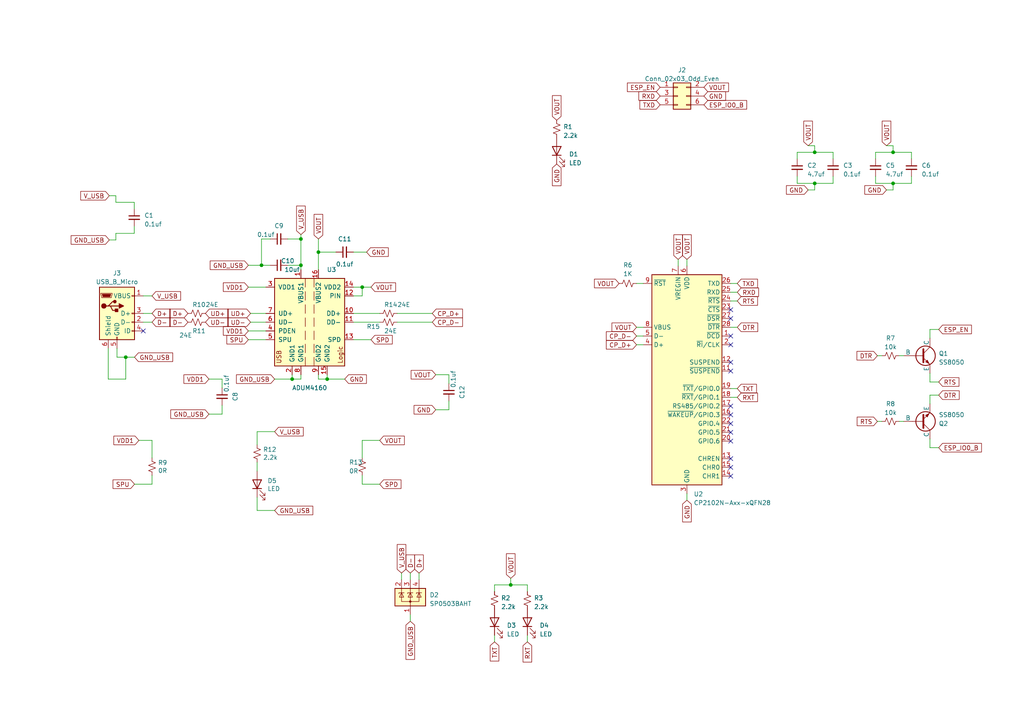
<source format=kicad_sch>
(kicad_sch
	(version 20231120)
	(generator "eeschema")
	(generator_version "8.0")
	(uuid "d7ded56e-8cdd-4bb1-a186-f6d22443c4b6")
	(paper "A4")
	(lib_symbols
		(symbol "Connector:USB_B_Micro"
			(pin_names
				(offset 1.016)
			)
			(exclude_from_sim no)
			(in_bom yes)
			(on_board yes)
			(property "Reference" "J"
				(at -5.08 11.43 0)
				(effects
					(font
						(size 1.27 1.27)
					)
					(justify left)
				)
			)
			(property "Value" "USB_B_Micro"
				(at -5.08 8.89 0)
				(effects
					(font
						(size 1.27 1.27)
					)
					(justify left)
				)
			)
			(property "Footprint" ""
				(at 3.81 -1.27 0)
				(effects
					(font
						(size 1.27 1.27)
					)
					(hide yes)
				)
			)
			(property "Datasheet" "~"
				(at 3.81 -1.27 0)
				(effects
					(font
						(size 1.27 1.27)
					)
					(hide yes)
				)
			)
			(property "Description" "USB Micro Type B connector"
				(at 0 0 0)
				(effects
					(font
						(size 1.27 1.27)
					)
					(hide yes)
				)
			)
			(property "ki_keywords" "connector USB micro"
				(at 0 0 0)
				(effects
					(font
						(size 1.27 1.27)
					)
					(hide yes)
				)
			)
			(property "ki_fp_filters" "USB*"
				(at 0 0 0)
				(effects
					(font
						(size 1.27 1.27)
					)
					(hide yes)
				)
			)
			(symbol "USB_B_Micro_0_1"
				(rectangle
					(start -5.08 -7.62)
					(end 5.08 7.62)
					(stroke
						(width 0.254)
						(type default)
					)
					(fill
						(type background)
					)
				)
				(circle
					(center -3.81 2.159)
					(radius 0.635)
					(stroke
						(width 0.254)
						(type default)
					)
					(fill
						(type outline)
					)
				)
				(circle
					(center -0.635 3.429)
					(radius 0.381)
					(stroke
						(width 0.254)
						(type default)
					)
					(fill
						(type outline)
					)
				)
				(rectangle
					(start -0.127 -7.62)
					(end 0.127 -6.858)
					(stroke
						(width 0)
						(type default)
					)
					(fill
						(type none)
					)
				)
				(polyline
					(pts
						(xy -1.905 2.159) (xy 0.635 2.159)
					)
					(stroke
						(width 0.254)
						(type default)
					)
					(fill
						(type none)
					)
				)
				(polyline
					(pts
						(xy -3.175 2.159) (xy -2.54 2.159) (xy -1.27 3.429) (xy -0.635 3.429)
					)
					(stroke
						(width 0.254)
						(type default)
					)
					(fill
						(type none)
					)
				)
				(polyline
					(pts
						(xy -2.54 2.159) (xy -1.905 2.159) (xy -1.27 0.889) (xy 0 0.889)
					)
					(stroke
						(width 0.254)
						(type default)
					)
					(fill
						(type none)
					)
				)
				(polyline
					(pts
						(xy 0.635 2.794) (xy 0.635 1.524) (xy 1.905 2.159) (xy 0.635 2.794)
					)
					(stroke
						(width 0.254)
						(type default)
					)
					(fill
						(type outline)
					)
				)
				(polyline
					(pts
						(xy -4.318 5.588) (xy -1.778 5.588) (xy -2.032 4.826) (xy -4.064 4.826) (xy -4.318 5.588)
					)
					(stroke
						(width 0)
						(type default)
					)
					(fill
						(type outline)
					)
				)
				(polyline
					(pts
						(xy -4.699 5.842) (xy -4.699 5.588) (xy -4.445 4.826) (xy -4.445 4.572) (xy -1.651 4.572) (xy -1.651 4.826)
						(xy -1.397 5.588) (xy -1.397 5.842) (xy -4.699 5.842)
					)
					(stroke
						(width 0)
						(type default)
					)
					(fill
						(type none)
					)
				)
				(rectangle
					(start 0.254 1.27)
					(end -0.508 0.508)
					(stroke
						(width 0.254)
						(type default)
					)
					(fill
						(type outline)
					)
				)
				(rectangle
					(start 5.08 -5.207)
					(end 4.318 -4.953)
					(stroke
						(width 0)
						(type default)
					)
					(fill
						(type none)
					)
				)
				(rectangle
					(start 5.08 -2.667)
					(end 4.318 -2.413)
					(stroke
						(width 0)
						(type default)
					)
					(fill
						(type none)
					)
				)
				(rectangle
					(start 5.08 -0.127)
					(end 4.318 0.127)
					(stroke
						(width 0)
						(type default)
					)
					(fill
						(type none)
					)
				)
				(rectangle
					(start 5.08 4.953)
					(end 4.318 5.207)
					(stroke
						(width 0)
						(type default)
					)
					(fill
						(type none)
					)
				)
			)
			(symbol "USB_B_Micro_1_1"
				(pin power_out line
					(at 7.62 5.08 180)
					(length 2.54)
					(name "VBUS"
						(effects
							(font
								(size 1.27 1.27)
							)
						)
					)
					(number "1"
						(effects
							(font
								(size 1.27 1.27)
							)
						)
					)
				)
				(pin bidirectional line
					(at 7.62 -2.54 180)
					(length 2.54)
					(name "D-"
						(effects
							(font
								(size 1.27 1.27)
							)
						)
					)
					(number "2"
						(effects
							(font
								(size 1.27 1.27)
							)
						)
					)
				)
				(pin bidirectional line
					(at 7.62 0 180)
					(length 2.54)
					(name "D+"
						(effects
							(font
								(size 1.27 1.27)
							)
						)
					)
					(number "3"
						(effects
							(font
								(size 1.27 1.27)
							)
						)
					)
				)
				(pin passive line
					(at 7.62 -5.08 180)
					(length 2.54)
					(name "ID"
						(effects
							(font
								(size 1.27 1.27)
							)
						)
					)
					(number "4"
						(effects
							(font
								(size 1.27 1.27)
							)
						)
					)
				)
				(pin power_out line
					(at 0 -10.16 90)
					(length 2.54)
					(name "GND"
						(effects
							(font
								(size 1.27 1.27)
							)
						)
					)
					(number "5"
						(effects
							(font
								(size 1.27 1.27)
							)
						)
					)
				)
				(pin passive line
					(at -2.54 -10.16 90)
					(length 2.54)
					(name "Shield"
						(effects
							(font
								(size 1.27 1.27)
							)
						)
					)
					(number "6"
						(effects
							(font
								(size 1.27 1.27)
							)
						)
					)
				)
			)
		)
		(symbol "Connector_Generic:Conn_02x03_Odd_Even"
			(pin_names
				(offset 1.016) hide)
			(exclude_from_sim no)
			(in_bom yes)
			(on_board yes)
			(property "Reference" "J"
				(at 1.27 5.08 0)
				(effects
					(font
						(size 1.27 1.27)
					)
				)
			)
			(property "Value" "Conn_02x03_Odd_Even"
				(at 1.27 -5.08 0)
				(effects
					(font
						(size 1.27 1.27)
					)
				)
			)
			(property "Footprint" ""
				(at 0 0 0)
				(effects
					(font
						(size 1.27 1.27)
					)
					(hide yes)
				)
			)
			(property "Datasheet" "~"
				(at 0 0 0)
				(effects
					(font
						(size 1.27 1.27)
					)
					(hide yes)
				)
			)
			(property "Description" "Generic connector, double row, 02x03, odd/even pin numbering scheme (row 1 odd numbers, row 2 even numbers), script generated (kicad-library-utils/schlib/autogen/connector/)"
				(at 0 0 0)
				(effects
					(font
						(size 1.27 1.27)
					)
					(hide yes)
				)
			)
			(property "ki_keywords" "connector"
				(at 0 0 0)
				(effects
					(font
						(size 1.27 1.27)
					)
					(hide yes)
				)
			)
			(property "ki_fp_filters" "Connector*:*_2x??_*"
				(at 0 0 0)
				(effects
					(font
						(size 1.27 1.27)
					)
					(hide yes)
				)
			)
			(symbol "Conn_02x03_Odd_Even_1_1"
				(rectangle
					(start -1.27 -2.413)
					(end 0 -2.667)
					(stroke
						(width 0.1524)
						(type default)
					)
					(fill
						(type none)
					)
				)
				(rectangle
					(start -1.27 0.127)
					(end 0 -0.127)
					(stroke
						(width 0.1524)
						(type default)
					)
					(fill
						(type none)
					)
				)
				(rectangle
					(start -1.27 2.667)
					(end 0 2.413)
					(stroke
						(width 0.1524)
						(type default)
					)
					(fill
						(type none)
					)
				)
				(rectangle
					(start -1.27 3.81)
					(end 3.81 -3.81)
					(stroke
						(width 0.254)
						(type default)
					)
					(fill
						(type background)
					)
				)
				(rectangle
					(start 3.81 -2.413)
					(end 2.54 -2.667)
					(stroke
						(width 0.1524)
						(type default)
					)
					(fill
						(type none)
					)
				)
				(rectangle
					(start 3.81 0.127)
					(end 2.54 -0.127)
					(stroke
						(width 0.1524)
						(type default)
					)
					(fill
						(type none)
					)
				)
				(rectangle
					(start 3.81 2.667)
					(end 2.54 2.413)
					(stroke
						(width 0.1524)
						(type default)
					)
					(fill
						(type none)
					)
				)
				(pin passive line
					(at -5.08 2.54 0)
					(length 3.81)
					(name "Pin_1"
						(effects
							(font
								(size 1.27 1.27)
							)
						)
					)
					(number "1"
						(effects
							(font
								(size 1.27 1.27)
							)
						)
					)
				)
				(pin passive line
					(at 7.62 2.54 180)
					(length 3.81)
					(name "Pin_2"
						(effects
							(font
								(size 1.27 1.27)
							)
						)
					)
					(number "2"
						(effects
							(font
								(size 1.27 1.27)
							)
						)
					)
				)
				(pin passive line
					(at -5.08 0 0)
					(length 3.81)
					(name "Pin_3"
						(effects
							(font
								(size 1.27 1.27)
							)
						)
					)
					(number "3"
						(effects
							(font
								(size 1.27 1.27)
							)
						)
					)
				)
				(pin passive line
					(at 7.62 0 180)
					(length 3.81)
					(name "Pin_4"
						(effects
							(font
								(size 1.27 1.27)
							)
						)
					)
					(number "4"
						(effects
							(font
								(size 1.27 1.27)
							)
						)
					)
				)
				(pin passive line
					(at -5.08 -2.54 0)
					(length 3.81)
					(name "Pin_5"
						(effects
							(font
								(size 1.27 1.27)
							)
						)
					)
					(number "5"
						(effects
							(font
								(size 1.27 1.27)
							)
						)
					)
				)
				(pin passive line
					(at 7.62 -2.54 180)
					(length 3.81)
					(name "Pin_6"
						(effects
							(font
								(size 1.27 1.27)
							)
						)
					)
					(number "6"
						(effects
							(font
								(size 1.27 1.27)
							)
						)
					)
				)
			)
		)
		(symbol "Device:C_Small"
			(pin_numbers hide)
			(pin_names
				(offset 0.254) hide)
			(exclude_from_sim no)
			(in_bom yes)
			(on_board yes)
			(property "Reference" "C"
				(at 0.254 1.778 0)
				(effects
					(font
						(size 1.27 1.27)
					)
					(justify left)
				)
			)
			(property "Value" "C_Small"
				(at 0.254 -2.032 0)
				(effects
					(font
						(size 1.27 1.27)
					)
					(justify left)
				)
			)
			(property "Footprint" ""
				(at 0 0 0)
				(effects
					(font
						(size 1.27 1.27)
					)
					(hide yes)
				)
			)
			(property "Datasheet" "~"
				(at 0 0 0)
				(effects
					(font
						(size 1.27 1.27)
					)
					(hide yes)
				)
			)
			(property "Description" "Unpolarized capacitor, small symbol"
				(at 0 0 0)
				(effects
					(font
						(size 1.27 1.27)
					)
					(hide yes)
				)
			)
			(property "ki_keywords" "capacitor cap"
				(at 0 0 0)
				(effects
					(font
						(size 1.27 1.27)
					)
					(hide yes)
				)
			)
			(property "ki_fp_filters" "C_*"
				(at 0 0 0)
				(effects
					(font
						(size 1.27 1.27)
					)
					(hide yes)
				)
			)
			(symbol "C_Small_0_1"
				(polyline
					(pts
						(xy -1.524 -0.508) (xy 1.524 -0.508)
					)
					(stroke
						(width 0.3302)
						(type default)
					)
					(fill
						(type none)
					)
				)
				(polyline
					(pts
						(xy -1.524 0.508) (xy 1.524 0.508)
					)
					(stroke
						(width 0.3048)
						(type default)
					)
					(fill
						(type none)
					)
				)
			)
			(symbol "C_Small_1_1"
				(pin passive line
					(at 0 2.54 270)
					(length 2.032)
					(name "~"
						(effects
							(font
								(size 1.27 1.27)
							)
						)
					)
					(number "1"
						(effects
							(font
								(size 1.27 1.27)
							)
						)
					)
				)
				(pin passive line
					(at 0 -2.54 90)
					(length 2.032)
					(name "~"
						(effects
							(font
								(size 1.27 1.27)
							)
						)
					)
					(number "2"
						(effects
							(font
								(size 1.27 1.27)
							)
						)
					)
				)
			)
		)
		(symbol "Device:LED"
			(pin_numbers hide)
			(pin_names
				(offset 1.016) hide)
			(exclude_from_sim no)
			(in_bom yes)
			(on_board yes)
			(property "Reference" "D"
				(at 0 2.54 0)
				(effects
					(font
						(size 1.27 1.27)
					)
				)
			)
			(property "Value" "LED"
				(at 0 -2.54 0)
				(effects
					(font
						(size 1.27 1.27)
					)
				)
			)
			(property "Footprint" ""
				(at 0 0 0)
				(effects
					(font
						(size 1.27 1.27)
					)
					(hide yes)
				)
			)
			(property "Datasheet" "~"
				(at 0 0 0)
				(effects
					(font
						(size 1.27 1.27)
					)
					(hide yes)
				)
			)
			(property "Description" "Light emitting diode"
				(at 0 0 0)
				(effects
					(font
						(size 1.27 1.27)
					)
					(hide yes)
				)
			)
			(property "ki_keywords" "LED diode"
				(at 0 0 0)
				(effects
					(font
						(size 1.27 1.27)
					)
					(hide yes)
				)
			)
			(property "ki_fp_filters" "LED* LED_SMD:* LED_THT:*"
				(at 0 0 0)
				(effects
					(font
						(size 1.27 1.27)
					)
					(hide yes)
				)
			)
			(symbol "LED_0_1"
				(polyline
					(pts
						(xy -1.27 -1.27) (xy -1.27 1.27)
					)
					(stroke
						(width 0.254)
						(type default)
					)
					(fill
						(type none)
					)
				)
				(polyline
					(pts
						(xy -1.27 0) (xy 1.27 0)
					)
					(stroke
						(width 0)
						(type default)
					)
					(fill
						(type none)
					)
				)
				(polyline
					(pts
						(xy 1.27 -1.27) (xy 1.27 1.27) (xy -1.27 0) (xy 1.27 -1.27)
					)
					(stroke
						(width 0.254)
						(type default)
					)
					(fill
						(type none)
					)
				)
				(polyline
					(pts
						(xy -3.048 -0.762) (xy -4.572 -2.286) (xy -3.81 -2.286) (xy -4.572 -2.286) (xy -4.572 -1.524)
					)
					(stroke
						(width 0)
						(type default)
					)
					(fill
						(type none)
					)
				)
				(polyline
					(pts
						(xy -1.778 -0.762) (xy -3.302 -2.286) (xy -2.54 -2.286) (xy -3.302 -2.286) (xy -3.302 -1.524)
					)
					(stroke
						(width 0)
						(type default)
					)
					(fill
						(type none)
					)
				)
			)
			(symbol "LED_1_1"
				(pin passive line
					(at -3.81 0 0)
					(length 2.54)
					(name "K"
						(effects
							(font
								(size 1.27 1.27)
							)
						)
					)
					(number "1"
						(effects
							(font
								(size 1.27 1.27)
							)
						)
					)
				)
				(pin passive line
					(at 3.81 0 180)
					(length 2.54)
					(name "A"
						(effects
							(font
								(size 1.27 1.27)
							)
						)
					)
					(number "2"
						(effects
							(font
								(size 1.27 1.27)
							)
						)
					)
				)
			)
		)
		(symbol "Device:R_Small_US"
			(pin_numbers hide)
			(pin_names
				(offset 0.254) hide)
			(exclude_from_sim no)
			(in_bom yes)
			(on_board yes)
			(property "Reference" "R"
				(at 0.762 0.508 0)
				(effects
					(font
						(size 1.27 1.27)
					)
					(justify left)
				)
			)
			(property "Value" "R_Small_US"
				(at 0.762 -1.016 0)
				(effects
					(font
						(size 1.27 1.27)
					)
					(justify left)
				)
			)
			(property "Footprint" ""
				(at 0 0 0)
				(effects
					(font
						(size 1.27 1.27)
					)
					(hide yes)
				)
			)
			(property "Datasheet" "~"
				(at 0 0 0)
				(effects
					(font
						(size 1.27 1.27)
					)
					(hide yes)
				)
			)
			(property "Description" "Resistor, small US symbol"
				(at 0 0 0)
				(effects
					(font
						(size 1.27 1.27)
					)
					(hide yes)
				)
			)
			(property "ki_keywords" "r resistor"
				(at 0 0 0)
				(effects
					(font
						(size 1.27 1.27)
					)
					(hide yes)
				)
			)
			(property "ki_fp_filters" "R_*"
				(at 0 0 0)
				(effects
					(font
						(size 1.27 1.27)
					)
					(hide yes)
				)
			)
			(symbol "R_Small_US_1_1"
				(polyline
					(pts
						(xy 0 0) (xy 1.016 -0.381) (xy 0 -0.762) (xy -1.016 -1.143) (xy 0 -1.524)
					)
					(stroke
						(width 0)
						(type default)
					)
					(fill
						(type none)
					)
				)
				(polyline
					(pts
						(xy 0 1.524) (xy 1.016 1.143) (xy 0 0.762) (xy -1.016 0.381) (xy 0 0)
					)
					(stroke
						(width 0)
						(type default)
					)
					(fill
						(type none)
					)
				)
				(pin passive line
					(at 0 2.54 270)
					(length 1.016)
					(name "~"
						(effects
							(font
								(size 1.27 1.27)
							)
						)
					)
					(number "1"
						(effects
							(font
								(size 1.27 1.27)
							)
						)
					)
				)
				(pin passive line
					(at 0 -2.54 90)
					(length 1.016)
					(name "~"
						(effects
							(font
								(size 1.27 1.27)
							)
						)
					)
					(number "2"
						(effects
							(font
								(size 1.27 1.27)
							)
						)
					)
				)
			)
		)
		(symbol "Interface_USB:ADUM4160"
			(pin_names
				(offset 1.016)
			)
			(exclude_from_sim no)
			(in_bom yes)
			(on_board yes)
			(property "Reference" "U"
				(at -10.16 13.97 0)
				(effects
					(font
						(size 1.27 1.27)
					)
					(justify left)
				)
			)
			(property "Value" "ADUM4160"
				(at 3.81 13.97 0)
				(effects
					(font
						(size 1.27 1.27)
					)
					(justify left)
				)
			)
			(property "Footprint" "Package_SO:SOIC-16W_7.5x10.3mm_P1.27mm"
				(at 0 -17.78 0)
				(effects
					(font
						(size 1.27 1.27)
					)
					(hide yes)
				)
			)
			(property "Datasheet" "https://www.analog.com/media/en/technical-documentation/data-sheets/ADuM4160.pdf"
				(at -5.08 0 0)
				(effects
					(font
						(size 1.27 1.27)
					)
					(hide yes)
				)
			)
			(property "Description" "Full/Low Speed, iCoupler USB Digital Isolator, 5kV protection, SOIC-16"
				(at 0 0 0)
				(effects
					(font
						(size 1.27 1.27)
					)
					(hide yes)
				)
			)
			(property "ki_keywords" "usb isolation"
				(at 0 0 0)
				(effects
					(font
						(size 1.27 1.27)
					)
					(hide yes)
				)
			)
			(property "ki_fp_filters" "SOIC*7.5x10.3mm*P1.27mm*"
				(at 0 0 0)
				(effects
					(font
						(size 1.27 1.27)
					)
					(hide yes)
				)
			)
			(symbol "ADUM4160_0_0"
				(text "Logic"
					(at 8.89 -12.065 900)
					(effects
						(font
							(size 1.27 1.27)
						)
						(justify left)
					)
				)
			)
			(symbol "ADUM4160_0_1"
				(rectangle
					(start -10.16 12.7)
					(end 10.16 -12.7)
					(stroke
						(width 0.254)
						(type default)
					)
					(fill
						(type background)
					)
				)
				(polyline
					(pts
						(xy -1.27 -10.16) (xy -1.27 -12.7)
					)
					(stroke
						(width 0)
						(type default)
					)
					(fill
						(type none)
					)
				)
				(polyline
					(pts
						(xy -1.27 -6.35) (xy -1.27 -8.89)
					)
					(stroke
						(width 0)
						(type default)
					)
					(fill
						(type none)
					)
				)
				(polyline
					(pts
						(xy -1.27 -2.54) (xy -1.27 -5.08)
					)
					(stroke
						(width 0)
						(type default)
					)
					(fill
						(type none)
					)
				)
				(polyline
					(pts
						(xy -1.27 1.27) (xy -1.27 -1.27)
					)
					(stroke
						(width 0)
						(type default)
					)
					(fill
						(type none)
					)
				)
				(polyline
					(pts
						(xy -1.27 5.08) (xy -1.27 2.54)
					)
					(stroke
						(width 0)
						(type default)
					)
					(fill
						(type none)
					)
				)
				(polyline
					(pts
						(xy -1.27 8.89) (xy -1.27 6.35)
					)
					(stroke
						(width 0)
						(type default)
					)
					(fill
						(type none)
					)
				)
				(polyline
					(pts
						(xy -1.27 12.7) (xy -1.27 10.16)
					)
					(stroke
						(width 0)
						(type default)
					)
					(fill
						(type none)
					)
				)
				(polyline
					(pts
						(xy 1.27 -10.16) (xy 1.27 -12.7)
					)
					(stroke
						(width 0)
						(type default)
					)
					(fill
						(type none)
					)
				)
				(polyline
					(pts
						(xy 1.27 -6.35) (xy 1.27 -8.89)
					)
					(stroke
						(width 0)
						(type default)
					)
					(fill
						(type none)
					)
				)
				(polyline
					(pts
						(xy 1.27 -2.54) (xy 1.27 -5.08)
					)
					(stroke
						(width 0)
						(type default)
					)
					(fill
						(type none)
					)
				)
				(polyline
					(pts
						(xy 1.27 1.27) (xy 1.27 -1.27)
					)
					(stroke
						(width 0)
						(type default)
					)
					(fill
						(type none)
					)
				)
				(polyline
					(pts
						(xy 1.27 5.08) (xy 1.27 2.54)
					)
					(stroke
						(width 0)
						(type default)
					)
					(fill
						(type none)
					)
				)
				(polyline
					(pts
						(xy 1.27 8.89) (xy 1.27 6.35)
					)
					(stroke
						(width 0)
						(type default)
					)
					(fill
						(type none)
					)
				)
				(polyline
					(pts
						(xy 1.27 12.7) (xy 1.27 10.16)
					)
					(stroke
						(width 0)
						(type default)
					)
					(fill
						(type none)
					)
				)
			)
			(symbol "ADUM4160_1_0"
				(text "USB"
					(at -8.89 -12.065 900)
					(effects
						(font
							(size 1.27 1.27)
						)
						(justify left)
					)
				)
			)
			(symbol "ADUM4160_1_1"
				(pin power_in line
					(at -2.54 15.24 270)
					(length 2.54)
					(name "VBUS1"
						(effects
							(font
								(size 1.27 1.27)
							)
						)
					)
					(number "1"
						(effects
							(font
								(size 1.27 1.27)
							)
						)
					)
				)
				(pin bidirectional line
					(at 12.7 2.54 180)
					(length 2.54)
					(name "DD+"
						(effects
							(font
								(size 1.27 1.27)
							)
						)
					)
					(number "10"
						(effects
							(font
								(size 1.27 1.27)
							)
						)
					)
				)
				(pin bidirectional line
					(at 12.7 0 180)
					(length 2.54)
					(name "DD-"
						(effects
							(font
								(size 1.27 1.27)
							)
						)
					)
					(number "11"
						(effects
							(font
								(size 1.27 1.27)
							)
						)
					)
				)
				(pin input line
					(at 12.7 7.62 180)
					(length 2.54)
					(name "PIN"
						(effects
							(font
								(size 1.27 1.27)
							)
						)
					)
					(number "12"
						(effects
							(font
								(size 1.27 1.27)
							)
						)
					)
				)
				(pin input line
					(at 12.7 -5.08 180)
					(length 2.54)
					(name "SPD"
						(effects
							(font
								(size 1.27 1.27)
							)
						)
					)
					(number "13"
						(effects
							(font
								(size 1.27 1.27)
							)
						)
					)
				)
				(pin power_in line
					(at 12.7 10.16 180)
					(length 2.54)
					(name "VDD2"
						(effects
							(font
								(size 1.27 1.27)
							)
						)
					)
					(number "14"
						(effects
							(font
								(size 1.27 1.27)
							)
						)
					)
				)
				(pin power_in line
					(at 5.08 -15.24 90)
					(length 2.54)
					(name "GND2"
						(effects
							(font
								(size 1.27 1.27)
							)
						)
					)
					(number "15"
						(effects
							(font
								(size 1.27 1.27)
							)
						)
					)
				)
				(pin power_in line
					(at 2.54 15.24 270)
					(length 2.54)
					(name "VBUS2"
						(effects
							(font
								(size 1.27 1.27)
							)
						)
					)
					(number "16"
						(effects
							(font
								(size 1.27 1.27)
							)
						)
					)
				)
				(pin power_in line
					(at -5.08 -15.24 90)
					(length 2.54)
					(name "GND1"
						(effects
							(font
								(size 1.27 1.27)
							)
						)
					)
					(number "2"
						(effects
							(font
								(size 1.27 1.27)
							)
						)
					)
				)
				(pin power_in line
					(at -12.7 10.16 0)
					(length 2.54)
					(name "VDD1"
						(effects
							(font
								(size 1.27 1.27)
							)
						)
					)
					(number "3"
						(effects
							(font
								(size 1.27 1.27)
							)
						)
					)
				)
				(pin input line
					(at -12.7 -2.54 0)
					(length 2.54)
					(name "PDEN"
						(effects
							(font
								(size 1.27 1.27)
							)
						)
					)
					(number "4"
						(effects
							(font
								(size 1.27 1.27)
							)
						)
					)
				)
				(pin input line
					(at -12.7 -5.08 0)
					(length 2.54)
					(name "SPU"
						(effects
							(font
								(size 1.27 1.27)
							)
						)
					)
					(number "5"
						(effects
							(font
								(size 1.27 1.27)
							)
						)
					)
				)
				(pin bidirectional line
					(at -12.7 0 0)
					(length 2.54)
					(name "UD-"
						(effects
							(font
								(size 1.27 1.27)
							)
						)
					)
					(number "6"
						(effects
							(font
								(size 1.27 1.27)
							)
						)
					)
				)
				(pin bidirectional line
					(at -12.7 2.54 0)
					(length 2.54)
					(name "UD+"
						(effects
							(font
								(size 1.27 1.27)
							)
						)
					)
					(number "7"
						(effects
							(font
								(size 1.27 1.27)
							)
						)
					)
				)
				(pin power_in line
					(at -2.54 -15.24 90)
					(length 2.54)
					(name "GND1"
						(effects
							(font
								(size 1.27 1.27)
							)
						)
					)
					(number "8"
						(effects
							(font
								(size 1.27 1.27)
							)
						)
					)
				)
				(pin power_in line
					(at 2.54 -15.24 90)
					(length 2.54)
					(name "GND2"
						(effects
							(font
								(size 1.27 1.27)
							)
						)
					)
					(number "9"
						(effects
							(font
								(size 1.27 1.27)
							)
						)
					)
				)
			)
		)
		(symbol "Interface_USB:CP2102N-Axx-xQFN28"
			(exclude_from_sim no)
			(in_bom yes)
			(on_board yes)
			(property "Reference" "U"
				(at -8.89 31.75 0)
				(effects
					(font
						(size 1.27 1.27)
					)
				)
			)
			(property "Value" "CP2102N-Axx-xQFN28"
				(at 12.7 31.75 0)
				(effects
					(font
						(size 1.27 1.27)
					)
				)
			)
			(property "Footprint" "Package_DFN_QFN:QFN-28-1EP_5x5mm_P0.5mm_EP3.35x3.35mm"
				(at 33.02 -31.75 0)
				(effects
					(font
						(size 1.27 1.27)
					)
					(hide yes)
				)
			)
			(property "Datasheet" "https://www.silabs.com/documents/public/data-sheets/cp2102n-datasheet.pdf"
				(at 1.27 -19.05 0)
				(effects
					(font
						(size 1.27 1.27)
					)
					(hide yes)
				)
			)
			(property "Description" "USB to UART master bridge, QFN-28"
				(at 0 0 0)
				(effects
					(font
						(size 1.27 1.27)
					)
					(hide yes)
				)
			)
			(property "ki_keywords" "USB UART bridge"
				(at 0 0 0)
				(effects
					(font
						(size 1.27 1.27)
					)
					(hide yes)
				)
			)
			(property "ki_fp_filters" "QFN*1EP*5x5mm*P0.5mm*"
				(at 0 0 0)
				(effects
					(font
						(size 1.27 1.27)
					)
					(hide yes)
				)
			)
			(symbol "CP2102N-Axx-xQFN28_0_1"
				(rectangle
					(start -10.16 30.48)
					(end 10.16 -30.48)
					(stroke
						(width 0.254)
						(type default)
					)
					(fill
						(type background)
					)
				)
			)
			(symbol "CP2102N-Axx-xQFN28_1_1"
				(pin input line
					(at 12.7 12.7 180)
					(length 2.54)
					(name "~{DCD}"
						(effects
							(font
								(size 1.27 1.27)
							)
						)
					)
					(number "1"
						(effects
							(font
								(size 1.27 1.27)
							)
						)
					)
				)
				(pin no_connect line
					(at -10.16 -27.94 0)
					(length 2.54) hide
					(name "NC"
						(effects
							(font
								(size 1.27 1.27)
							)
						)
					)
					(number "10"
						(effects
							(font
								(size 1.27 1.27)
							)
						)
					)
				)
				(pin output line
					(at 12.7 2.54 180)
					(length 2.54)
					(name "~{SUSPEND}"
						(effects
							(font
								(size 1.27 1.27)
							)
						)
					)
					(number "11"
						(effects
							(font
								(size 1.27 1.27)
							)
						)
					)
				)
				(pin output line
					(at 12.7 5.08 180)
					(length 2.54)
					(name "SUSPEND"
						(effects
							(font
								(size 1.27 1.27)
							)
						)
					)
					(number "12"
						(effects
							(font
								(size 1.27 1.27)
							)
						)
					)
				)
				(pin output line
					(at 12.7 -22.86 180)
					(length 2.54)
					(name "CHREN"
						(effects
							(font
								(size 1.27 1.27)
							)
						)
					)
					(number "13"
						(effects
							(font
								(size 1.27 1.27)
							)
						)
					)
				)
				(pin output line
					(at 12.7 -27.94 180)
					(length 2.54)
					(name "CHR1"
						(effects
							(font
								(size 1.27 1.27)
							)
						)
					)
					(number "14"
						(effects
							(font
								(size 1.27 1.27)
							)
						)
					)
				)
				(pin output line
					(at 12.7 -25.4 180)
					(length 2.54)
					(name "CHR0"
						(effects
							(font
								(size 1.27 1.27)
							)
						)
					)
					(number "15"
						(effects
							(font
								(size 1.27 1.27)
							)
						)
					)
				)
				(pin bidirectional line
					(at 12.7 -10.16 180)
					(length 2.54)
					(name "~{WAKEUP}/GPIO.3"
						(effects
							(font
								(size 1.27 1.27)
							)
						)
					)
					(number "16"
						(effects
							(font
								(size 1.27 1.27)
							)
						)
					)
				)
				(pin bidirectional line
					(at 12.7 -7.62 180)
					(length 2.54)
					(name "RS485/GPIO.2"
						(effects
							(font
								(size 1.27 1.27)
							)
						)
					)
					(number "17"
						(effects
							(font
								(size 1.27 1.27)
							)
						)
					)
				)
				(pin bidirectional line
					(at 12.7 -5.08 180)
					(length 2.54)
					(name "~{RXT}/GPIO.1"
						(effects
							(font
								(size 1.27 1.27)
							)
						)
					)
					(number "18"
						(effects
							(font
								(size 1.27 1.27)
							)
						)
					)
				)
				(pin bidirectional line
					(at 12.7 -2.54 180)
					(length 2.54)
					(name "~{TXT}/GPIO.0"
						(effects
							(font
								(size 1.27 1.27)
							)
						)
					)
					(number "19"
						(effects
							(font
								(size 1.27 1.27)
							)
						)
					)
				)
				(pin bidirectional line
					(at 12.7 10.16 180)
					(length 2.54)
					(name "~{RI}/CLK"
						(effects
							(font
								(size 1.27 1.27)
							)
						)
					)
					(number "2"
						(effects
							(font
								(size 1.27 1.27)
							)
						)
					)
				)
				(pin bidirectional line
					(at 12.7 -17.78 180)
					(length 2.54)
					(name "GPIO.6"
						(effects
							(font
								(size 1.27 1.27)
							)
						)
					)
					(number "20"
						(effects
							(font
								(size 1.27 1.27)
							)
						)
					)
				)
				(pin bidirectional line
					(at 12.7 -15.24 180)
					(length 2.54)
					(name "GPIO.5"
						(effects
							(font
								(size 1.27 1.27)
							)
						)
					)
					(number "21"
						(effects
							(font
								(size 1.27 1.27)
							)
						)
					)
				)
				(pin bidirectional line
					(at 12.7 -12.7 180)
					(length 2.54)
					(name "GPIO.4"
						(effects
							(font
								(size 1.27 1.27)
							)
						)
					)
					(number "22"
						(effects
							(font
								(size 1.27 1.27)
							)
						)
					)
				)
				(pin input line
					(at 12.7 20.32 180)
					(length 2.54)
					(name "~{CTS}"
						(effects
							(font
								(size 1.27 1.27)
							)
						)
					)
					(number "23"
						(effects
							(font
								(size 1.27 1.27)
							)
						)
					)
				)
				(pin output line
					(at 12.7 22.86 180)
					(length 2.54)
					(name "~{RTS}"
						(effects
							(font
								(size 1.27 1.27)
							)
						)
					)
					(number "24"
						(effects
							(font
								(size 1.27 1.27)
							)
						)
					)
				)
				(pin input line
					(at 12.7 25.4 180)
					(length 2.54)
					(name "RXD"
						(effects
							(font
								(size 1.27 1.27)
							)
						)
					)
					(number "25"
						(effects
							(font
								(size 1.27 1.27)
							)
						)
					)
				)
				(pin output line
					(at 12.7 27.94 180)
					(length 2.54)
					(name "TXD"
						(effects
							(font
								(size 1.27 1.27)
							)
						)
					)
					(number "26"
						(effects
							(font
								(size 1.27 1.27)
							)
						)
					)
				)
				(pin input line
					(at 12.7 17.78 180)
					(length 2.54)
					(name "~{DSR}"
						(effects
							(font
								(size 1.27 1.27)
							)
						)
					)
					(number "27"
						(effects
							(font
								(size 1.27 1.27)
							)
						)
					)
				)
				(pin output line
					(at 12.7 15.24 180)
					(length 2.54)
					(name "~{DTR}"
						(effects
							(font
								(size 1.27 1.27)
							)
						)
					)
					(number "28"
						(effects
							(font
								(size 1.27 1.27)
							)
						)
					)
				)
				(pin passive line
					(at 0 -33.02 90)
					(length 2.54) hide
					(name "GND"
						(effects
							(font
								(size 1.27 1.27)
							)
						)
					)
					(number "29"
						(effects
							(font
								(size 1.27 1.27)
							)
						)
					)
				)
				(pin power_in line
					(at 0 -33.02 90)
					(length 2.54)
					(name "GND"
						(effects
							(font
								(size 1.27 1.27)
							)
						)
					)
					(number "3"
						(effects
							(font
								(size 1.27 1.27)
							)
						)
					)
				)
				(pin bidirectional line
					(at -12.7 10.16 0)
					(length 2.54)
					(name "D+"
						(effects
							(font
								(size 1.27 1.27)
							)
						)
					)
					(number "4"
						(effects
							(font
								(size 1.27 1.27)
							)
						)
					)
				)
				(pin bidirectional line
					(at -12.7 12.7 0)
					(length 2.54)
					(name "D-"
						(effects
							(font
								(size 1.27 1.27)
							)
						)
					)
					(number "5"
						(effects
							(font
								(size 1.27 1.27)
							)
						)
					)
				)
				(pin power_in line
					(at 0 33.02 270)
					(length 2.54)
					(name "VDD"
						(effects
							(font
								(size 1.27 1.27)
							)
						)
					)
					(number "6"
						(effects
							(font
								(size 1.27 1.27)
							)
						)
					)
				)
				(pin power_in line
					(at -2.54 33.02 270)
					(length 2.54)
					(name "VREGIN"
						(effects
							(font
								(size 1.27 1.27)
							)
						)
					)
					(number "7"
						(effects
							(font
								(size 1.27 1.27)
							)
						)
					)
				)
				(pin input line
					(at -12.7 15.24 0)
					(length 2.54)
					(name "VBUS"
						(effects
							(font
								(size 1.27 1.27)
							)
						)
					)
					(number "8"
						(effects
							(font
								(size 1.27 1.27)
							)
						)
					)
				)
				(pin input line
					(at -12.7 27.94 0)
					(length 2.54)
					(name "~{RST}"
						(effects
							(font
								(size 1.27 1.27)
							)
						)
					)
					(number "9"
						(effects
							(font
								(size 1.27 1.27)
							)
						)
					)
				)
			)
		)
		(symbol "Power_Protection:SP0503BAHT"
			(pin_names hide)
			(exclude_from_sim no)
			(in_bom yes)
			(on_board yes)
			(property "Reference" "D"
				(at 5.715 2.54 0)
				(effects
					(font
						(size 1.27 1.27)
					)
					(justify left)
				)
			)
			(property "Value" "SP0503BAHT"
				(at 5.715 0.635 0)
				(effects
					(font
						(size 1.27 1.27)
					)
					(justify left)
				)
			)
			(property "Footprint" "Package_TO_SOT_SMD:SOT-143"
				(at 5.715 -1.27 0)
				(effects
					(font
						(size 1.27 1.27)
					)
					(justify left)
					(hide yes)
				)
			)
			(property "Datasheet" "http://www.littelfuse.com/~/media/files/littelfuse/technical%20resources/documents/data%20sheets/sp05xxba.pdf"
				(at 3.175 3.175 0)
				(effects
					(font
						(size 1.27 1.27)
					)
					(hide yes)
				)
			)
			(property "Description" "TVS Diode Array, 5.5V Standoff, 3 Channels, SOT-143 package"
				(at 0 0 0)
				(effects
					(font
						(size 1.27 1.27)
					)
					(hide yes)
				)
			)
			(property "ki_keywords" "usb esd protection suppression transient"
				(at 0 0 0)
				(effects
					(font
						(size 1.27 1.27)
					)
					(hide yes)
				)
			)
			(property "ki_fp_filters" "SOT?143*"
				(at 0 0 0)
				(effects
					(font
						(size 1.27 1.27)
					)
					(hide yes)
				)
			)
			(symbol "SP0503BAHT_0_0"
				(pin passive line
					(at 0 -5.08 90)
					(length 2.54)
					(name "A"
						(effects
							(font
								(size 1.27 1.27)
							)
						)
					)
					(number "1"
						(effects
							(font
								(size 1.27 1.27)
							)
						)
					)
				)
			)
			(symbol "SP0503BAHT_0_1"
				(rectangle
					(start -4.445 2.54)
					(end 4.445 -2.54)
					(stroke
						(width 0.254)
						(type default)
					)
					(fill
						(type background)
					)
				)
				(circle
					(center 0 -1.27)
					(radius 0.254)
					(stroke
						(width 0)
						(type default)
					)
					(fill
						(type outline)
					)
				)
				(polyline
					(pts
						(xy -2.54 2.54) (xy -2.54 1.27)
					)
					(stroke
						(width 0)
						(type default)
					)
					(fill
						(type none)
					)
				)
				(polyline
					(pts
						(xy 0 -1.27) (xy 0 -2.54)
					)
					(stroke
						(width 0)
						(type default)
					)
					(fill
						(type none)
					)
				)
				(polyline
					(pts
						(xy 0 -1.27) (xy 0 1.27)
					)
					(stroke
						(width 0)
						(type default)
					)
					(fill
						(type none)
					)
				)
				(polyline
					(pts
						(xy 0 2.54) (xy 0 1.27)
					)
					(stroke
						(width 0)
						(type default)
					)
					(fill
						(type none)
					)
				)
				(polyline
					(pts
						(xy 0.635 1.27) (xy 0.762 1.27)
					)
					(stroke
						(width 0)
						(type default)
					)
					(fill
						(type none)
					)
				)
				(polyline
					(pts
						(xy 2.54 2.54) (xy 2.54 1.27)
					)
					(stroke
						(width 0)
						(type default)
					)
					(fill
						(type none)
					)
				)
				(polyline
					(pts
						(xy 0.635 1.27) (xy -0.762 1.27) (xy -0.762 1.016)
					)
					(stroke
						(width 0)
						(type default)
					)
					(fill
						(type none)
					)
				)
				(polyline
					(pts
						(xy -3.302 1.016) (xy -3.302 1.27) (xy -1.905 1.27) (xy -1.778 1.27)
					)
					(stroke
						(width 0)
						(type default)
					)
					(fill
						(type none)
					)
				)
				(polyline
					(pts
						(xy -2.54 1.27) (xy -2.54 -1.27) (xy 2.54 -1.27) (xy 2.54 1.27)
					)
					(stroke
						(width 0)
						(type default)
					)
					(fill
						(type none)
					)
				)
				(polyline
					(pts
						(xy -2.54 1.27) (xy -1.905 0) (xy -3.175 0) (xy -2.54 1.27)
					)
					(stroke
						(width 0)
						(type default)
					)
					(fill
						(type none)
					)
				)
				(polyline
					(pts
						(xy 0.635 0) (xy -0.635 0) (xy 0 1.27) (xy 0.635 0)
					)
					(stroke
						(width 0)
						(type default)
					)
					(fill
						(type none)
					)
				)
				(polyline
					(pts
						(xy 1.778 1.016) (xy 1.778 1.27) (xy 3.175 1.27) (xy 3.302 1.27)
					)
					(stroke
						(width 0)
						(type default)
					)
					(fill
						(type none)
					)
				)
				(polyline
					(pts
						(xy 2.54 1.27) (xy 1.905 0) (xy 3.175 0) (xy 2.54 1.27)
					)
					(stroke
						(width 0)
						(type default)
					)
					(fill
						(type none)
					)
				)
			)
			(symbol "SP0503BAHT_1_1"
				(pin passive line
					(at -2.54 5.08 270)
					(length 2.54)
					(name "K"
						(effects
							(font
								(size 1.27 1.27)
							)
						)
					)
					(number "2"
						(effects
							(font
								(size 1.27 1.27)
							)
						)
					)
				)
				(pin passive line
					(at 0 5.08 270)
					(length 2.54)
					(name "K"
						(effects
							(font
								(size 1.27 1.27)
							)
						)
					)
					(number "3"
						(effects
							(font
								(size 1.27 1.27)
							)
						)
					)
				)
				(pin passive line
					(at 2.54 5.08 270)
					(length 2.54)
					(name "K"
						(effects
							(font
								(size 1.27 1.27)
							)
						)
					)
					(number "4"
						(effects
							(font
								(size 1.27 1.27)
							)
						)
					)
				)
			)
		)
		(symbol "Simulation_SPICE:NPN"
			(pin_numbers hide)
			(pin_names
				(offset 0)
			)
			(exclude_from_sim no)
			(in_bom yes)
			(on_board yes)
			(property "Reference" "Q"
				(at -2.54 7.62 0)
				(effects
					(font
						(size 1.27 1.27)
					)
				)
			)
			(property "Value" "NPN"
				(at -2.54 5.08 0)
				(effects
					(font
						(size 1.27 1.27)
					)
				)
			)
			(property "Footprint" ""
				(at 63.5 0 0)
				(effects
					(font
						(size 1.27 1.27)
					)
					(hide yes)
				)
			)
			(property "Datasheet" "~"
				(at 63.5 0 0)
				(effects
					(font
						(size 1.27 1.27)
					)
					(hide yes)
				)
			)
			(property "Description" "Bipolar transistor symbol for simulation only, substrate tied to the emitter"
				(at 0 0 0)
				(effects
					(font
						(size 1.27 1.27)
					)
					(hide yes)
				)
			)
			(property "Sim.Device" "NPN"
				(at 0 0 0)
				(effects
					(font
						(size 1.27 1.27)
					)
					(hide yes)
				)
			)
			(property "Sim.Type" "GUMMELPOON"
				(at 0 0 0)
				(effects
					(font
						(size 1.27 1.27)
					)
					(hide yes)
				)
			)
			(property "Sim.Pins" "1=C 2=B 3=E"
				(at 0 0 0)
				(effects
					(font
						(size 1.27 1.27)
					)
					(hide yes)
				)
			)
			(property "ki_keywords" "simulation"
				(at 0 0 0)
				(effects
					(font
						(size 1.27 1.27)
					)
					(hide yes)
				)
			)
			(symbol "NPN_0_1"
				(polyline
					(pts
						(xy -2.54 0) (xy 0.635 0)
					)
					(stroke
						(width 0.1524)
						(type default)
					)
					(fill
						(type none)
					)
				)
				(polyline
					(pts
						(xy 0.635 0.635) (xy 2.54 2.54)
					)
					(stroke
						(width 0)
						(type default)
					)
					(fill
						(type none)
					)
				)
				(polyline
					(pts
						(xy 2.794 -1.27) (xy 2.794 -1.27)
					)
					(stroke
						(width 0.1524)
						(type default)
					)
					(fill
						(type none)
					)
				)
				(polyline
					(pts
						(xy 2.794 -1.27) (xy 2.794 -1.27)
					)
					(stroke
						(width 0.1524)
						(type default)
					)
					(fill
						(type none)
					)
				)
				(polyline
					(pts
						(xy 0.635 -0.635) (xy 2.54 -2.54) (xy 2.54 -2.54)
					)
					(stroke
						(width 0)
						(type default)
					)
					(fill
						(type none)
					)
				)
				(polyline
					(pts
						(xy 0.635 1.905) (xy 0.635 -1.905) (xy 0.635 -1.905)
					)
					(stroke
						(width 0.508)
						(type default)
					)
					(fill
						(type none)
					)
				)
				(polyline
					(pts
						(xy 1.27 -1.778) (xy 1.778 -1.27) (xy 2.286 -2.286) (xy 1.27 -1.778) (xy 1.27 -1.778)
					)
					(stroke
						(width 0)
						(type default)
					)
					(fill
						(type outline)
					)
				)
				(circle
					(center 1.27 0)
					(radius 2.8194)
					(stroke
						(width 0.254)
						(type default)
					)
					(fill
						(type none)
					)
				)
			)
			(symbol "NPN_1_1"
				(pin open_collector line
					(at 2.54 5.08 270)
					(length 2.54)
					(name "C"
						(effects
							(font
								(size 1.27 1.27)
							)
						)
					)
					(number "1"
						(effects
							(font
								(size 1.27 1.27)
							)
						)
					)
				)
				(pin input line
					(at -5.08 0 0)
					(length 2.54)
					(name "B"
						(effects
							(font
								(size 1.27 1.27)
							)
						)
					)
					(number "2"
						(effects
							(font
								(size 1.27 1.27)
							)
						)
					)
				)
				(pin open_emitter line
					(at 2.54 -5.08 90)
					(length 2.54)
					(name "E"
						(effects
							(font
								(size 1.27 1.27)
							)
						)
					)
					(number "3"
						(effects
							(font
								(size 1.27 1.27)
							)
						)
					)
				)
			)
		)
	)
	(junction
		(at 87.2744 69.3166)
		(diameter 0)
		(color 0 0 0 0)
		(uuid "02328b33-4deb-4f15-967b-8a354ad18d2c")
	)
	(junction
		(at 87.2744 76.9366)
		(diameter 0)
		(color 0 0 0 0)
		(uuid "1469b3d9-6c5a-404f-ab7c-d3520037a6c8")
	)
	(junction
		(at 236.2962 53.1876)
		(diameter 0)
		(color 0 0 0 0)
		(uuid "167816f3-67e4-4db0-9997-7392c8827cb8")
	)
	(junction
		(at 236.2962 44.1706)
		(diameter 0)
		(color 0 0 0 0)
		(uuid "2bc4e3b8-38bd-4274-866a-2c4721878af7")
	)
	(junction
		(at 105.0544 83.2866)
		(diameter 0)
		(color 0 0 0 0)
		(uuid "4308cd47-9a7e-44f3-8921-deece5c4f071")
	)
	(junction
		(at 84.7344 109.9566)
		(diameter 0)
		(color 0 0 0 0)
		(uuid "63725c6a-2a7b-4150-ae81-108f729c5f5b")
	)
	(junction
		(at 94.8944 109.9566)
		(diameter 0)
		(color 0 0 0 0)
		(uuid "a2d1b589-d112-4ae0-998c-857eeeec132d")
	)
	(junction
		(at 36.4744 103.6066)
		(diameter 0)
		(color 0 0 0 0)
		(uuid "bf5abb6c-551d-42bb-a4f9-dde272d4f41f")
	)
	(junction
		(at 148.1328 169.6466)
		(diameter 0)
		(color 0 0 0 0)
		(uuid "cec95134-56c0-4dfd-aac1-902bae9c21d1")
	)
	(junction
		(at 75.8444 76.9366)
		(diameter 0)
		(color 0 0 0 0)
		(uuid "d177cce1-86c4-4983-8dba-7e24be9e7f35")
	)
	(junction
		(at 92.3544 73.1266)
		(diameter 0)
		(color 0 0 0 0)
		(uuid "f0e34267-7f44-438f-9e9d-0e0757c96587")
	)
	(junction
		(at 259.0292 44.1706)
		(diameter 0)
		(color 0 0 0 0)
		(uuid "fbbd2f0e-004b-4fda-bd04-148da9540e74")
	)
	(junction
		(at 259.0292 53.1876)
		(diameter 0)
		(color 0 0 0 0)
		(uuid "fd64c8be-9d80-4958-9467-7cda115a08e9")
	)
	(no_connect
		(at 211.9376 122.8598)
		(uuid "0f6dfa8d-ebb6-4ada-8884-eacafe14c3a6")
	)
	(no_connect
		(at 211.9376 97.4598)
		(uuid "24902ae4-56b6-41a6-acb7-6ce48e9de4cf")
	)
	(no_connect
		(at 211.9376 125.3998)
		(uuid "2c13fb27-d41e-4add-ae6b-104d5233af88")
	)
	(no_connect
		(at 211.9376 127.9398)
		(uuid "3426f387-0417-4853-9de3-e555c016da70")
	)
	(no_connect
		(at 211.9376 107.6198)
		(uuid "3916df76-b189-41d7-a22f-f1bc536e0ef1")
	)
	(no_connect
		(at 211.9376 135.5598)
		(uuid "4377aecc-7f67-406e-8ba4-687c7e526052")
	)
	(no_connect
		(at 211.9376 133.0198)
		(uuid "7bfbaa2e-9c0b-4fc2-842e-6a1d4598bbb6")
	)
	(no_connect
		(at 211.9376 120.3198)
		(uuid "8ba6a8df-9192-4b09-a3b0-16ef8768d097")
	)
	(no_connect
		(at 211.9376 99.9998)
		(uuid "9da9015d-f3e9-482f-8025-f9f44c59c007")
	)
	(no_connect
		(at 211.9376 89.8398)
		(uuid "9f63cbd5-57e7-467e-8801-3d43c8a3f79f")
	)
	(no_connect
		(at 211.9376 117.7798)
		(uuid "bd00c38e-1e2b-4148-bf8a-37ea73f9da50")
	)
	(no_connect
		(at 41.5544 95.9866)
		(uuid "c96ba067-158c-45de-a788-4d25ae2a0c69")
	)
	(no_connect
		(at 211.9376 105.0798)
		(uuid "cc597aef-7bc2-4b41-95a8-144d1f8fd81b")
	)
	(no_connect
		(at 211.9376 92.3798)
		(uuid "d8c569ac-34ae-45de-aef5-59a448691d6a")
	)
	(no_connect
		(at 211.9376 138.0998)
		(uuid "ec2a1d1f-b63a-4c30-bee9-38f513350d23")
	)
	(wire
		(pts
			(xy 259.0292 53.1876) (xy 264.3632 53.1876)
		)
		(stroke
			(width 0)
			(type default)
		)
		(uuid "01c6be83-5a71-48a1-84ff-7fc132c005a1")
	)
	(wire
		(pts
			(xy 241.6302 51.1556) (xy 241.6302 53.1876)
		)
		(stroke
			(width 0)
			(type default)
		)
		(uuid "02ab328a-e833-4c18-9011-15c1ce7d02f9")
	)
	(wire
		(pts
			(xy 257.1242 42.2656) (xy 259.0292 42.2656)
		)
		(stroke
			(width 0)
			(type default)
		)
		(uuid "094eccb5-da9b-4b03-bc79-4f5f4cd66098")
	)
	(wire
		(pts
			(xy 269.7226 98.0948) (xy 269.7226 95.5548)
		)
		(stroke
			(width 0)
			(type default)
		)
		(uuid "0960c140-7369-4b4a-bd05-38d75e2f67f2")
	)
	(wire
		(pts
			(xy 31.3944 101.0666) (xy 31.3944 109.9566)
		)
		(stroke
			(width 0)
			(type default)
		)
		(uuid "09a80f99-add6-4c6a-bdba-03ba99e6de88")
	)
	(wire
		(pts
			(xy 259.0292 44.1706) (xy 259.0292 42.2656)
		)
		(stroke
			(width 0)
			(type default)
		)
		(uuid "0a7c64aa-2caf-410f-ba32-d6c62c736b50")
	)
	(wire
		(pts
			(xy 110.1344 140.4366) (xy 105.0544 140.4366)
		)
		(stroke
			(width 0)
			(type default)
		)
		(uuid "0a9d9bd4-4366-4246-a4b1-e3e0d914b5b6")
	)
	(wire
		(pts
			(xy 259.0292 55.0926) (xy 259.0292 53.1876)
		)
		(stroke
			(width 0)
			(type default)
		)
		(uuid "0f073a13-1bb1-45f8-ae71-d204a4043ad4")
	)
	(wire
		(pts
			(xy 130.2004 108.6866) (xy 130.2004 111.2266)
		)
		(stroke
			(width 0)
			(type default)
		)
		(uuid "0f11ba61-e92f-4a34-9bc3-6c739e321611")
	)
	(wire
		(pts
			(xy 102.5144 90.9066) (xy 110.1344 90.9066)
		)
		(stroke
			(width 0)
			(type default)
		)
		(uuid "1116879a-557c-4154-a862-7c98e087921b")
	)
	(wire
		(pts
			(xy 74.5744 125.1966) (xy 74.5744 129.0066)
		)
		(stroke
			(width 0)
			(type default)
		)
		(uuid "12163cce-f286-4ac1-9406-5c0edb4a1874")
	)
	(wire
		(pts
			(xy 94.8944 109.9566) (xy 99.9744 109.9566)
		)
		(stroke
			(width 0)
			(type default)
		)
		(uuid "124ac770-45b2-4657-aa21-b5bc2775b48c")
	)
	(wire
		(pts
			(xy 75.8444 69.3166) (xy 78.3844 69.3166)
		)
		(stroke
			(width 0)
			(type default)
		)
		(uuid "142b2f36-2b45-4dca-a10f-fd5cc84240ba")
	)
	(wire
		(pts
			(xy 92.3544 108.6866) (xy 92.3544 109.9566)
		)
		(stroke
			(width 0)
			(type default)
		)
		(uuid "1551a054-6c53-4b5d-acea-48f66981e475")
	)
	(wire
		(pts
			(xy 33.6042 69.596) (xy 33.6042 67.691)
		)
		(stroke
			(width 0)
			(type default)
		)
		(uuid "15b221d8-eb16-4e7e-b51d-356b90ebfc48")
	)
	(wire
		(pts
			(xy 115.2144 93.4466) (xy 125.3744 93.4466)
		)
		(stroke
			(width 0)
			(type default)
		)
		(uuid "174ebe05-7ac4-4cb7-b4fa-a8b93612c92a")
	)
	(wire
		(pts
			(xy 260.8326 122.2248) (xy 262.1026 122.2248)
		)
		(stroke
			(width 0)
			(type default)
		)
		(uuid "197c0c03-90df-4e08-9a5b-edabf408dc34")
	)
	(wire
		(pts
			(xy 234.3912 42.2656) (xy 236.2962 42.2656)
		)
		(stroke
			(width 0)
			(type default)
		)
		(uuid "1bfc55ae-da31-420f-8160-da4f3da46f20")
	)
	(wire
		(pts
			(xy 236.2962 55.0926) (xy 236.2962 53.1876)
		)
		(stroke
			(width 0)
			(type default)
		)
		(uuid "20ea8df0-de7e-4e6f-a787-ebb315da427d")
	)
	(wire
		(pts
			(xy 31.6992 56.769) (xy 33.6042 56.769)
		)
		(stroke
			(width 0)
			(type default)
		)
		(uuid "21232e8f-f4e6-46b8-90b1-13ee3cb63c4d")
	)
	(wire
		(pts
			(xy 211.9376 94.9198) (xy 213.8426 94.9198)
		)
		(stroke
			(width 0)
			(type default)
		)
		(uuid "223dda2f-1adf-4f2b-aeae-899c5e55195f")
	)
	(wire
		(pts
			(xy 64.4144 120.1166) (xy 64.4144 117.5766)
		)
		(stroke
			(width 0)
			(type default)
		)
		(uuid "22f625cc-efb8-4ceb-ade3-887015a73055")
	)
	(wire
		(pts
			(xy 269.7226 129.8448) (xy 272.2626 129.8448)
		)
		(stroke
			(width 0)
			(type default)
		)
		(uuid "231858e7-eb35-4747-801c-2b7511e9e846")
	)
	(wire
		(pts
			(xy 143.4338 171.5516) (xy 143.4338 169.6466)
		)
		(stroke
			(width 0)
			(type default)
		)
		(uuid "26375c35-2452-422b-93c0-b39e16fbe45a")
	)
	(wire
		(pts
			(xy 38.9382 58.674) (xy 38.9382 60.579)
		)
		(stroke
			(width 0)
			(type default)
		)
		(uuid "2677d425-1e65-44d0-b104-c6bc24cc5641")
	)
	(wire
		(pts
			(xy 83.4644 69.3166) (xy 87.2744 69.3166)
		)
		(stroke
			(width 0)
			(type default)
		)
		(uuid "2a3004db-d5c4-4afb-827d-239c5e1e9f83")
	)
	(wire
		(pts
			(xy 105.0544 85.8266) (xy 105.0544 83.2866)
		)
		(stroke
			(width 0)
			(type default)
		)
		(uuid "2b4d83df-844d-4705-befc-db6d51c93174")
	)
	(wire
		(pts
			(xy 102.5144 85.8266) (xy 105.0544 85.8266)
		)
		(stroke
			(width 0)
			(type default)
		)
		(uuid "2f870a71-07cb-4e2d-a03d-7e157d925da8")
	)
	(wire
		(pts
			(xy 92.3544 109.9566) (xy 94.8944 109.9566)
		)
		(stroke
			(width 0)
			(type default)
		)
		(uuid "365ab488-cd0c-42fa-bb7c-47aea854570b")
	)
	(wire
		(pts
			(xy 253.9492 53.1876) (xy 259.0292 53.1876)
		)
		(stroke
			(width 0)
			(type default)
		)
		(uuid "3b435d62-9109-4256-ba6e-c952a1b5f334")
	)
	(wire
		(pts
			(xy 253.9492 44.1706) (xy 259.0292 44.1706)
		)
		(stroke
			(width 0)
			(type default)
		)
		(uuid "3da66ed5-6f25-4806-9652-2244dff4e3fc")
	)
	(wire
		(pts
			(xy 231.2162 46.0756) (xy 231.2162 44.1706)
		)
		(stroke
			(width 0)
			(type default)
		)
		(uuid "404ab64e-e701-406f-9c16-c6e950c08912")
	)
	(wire
		(pts
			(xy 75.8444 69.3166) (xy 75.8444 76.9366)
		)
		(stroke
			(width 0)
			(type default)
		)
		(uuid "452fbd96-75ef-4d2c-ab72-cd0d6e7dabb6")
	)
	(wire
		(pts
			(xy 33.9344 101.0666) (xy 33.9344 103.6066)
		)
		(stroke
			(width 0)
			(type default)
		)
		(uuid "4937bd79-c677-41d9-a0a7-eb061b3946a8")
	)
	(wire
		(pts
			(xy 72.0344 95.9866) (xy 77.1144 95.9866)
		)
		(stroke
			(width 0)
			(type default)
		)
		(uuid "4a2ce975-24d3-4343-9243-0fa94896b579")
	)
	(wire
		(pts
			(xy 33.6042 67.691) (xy 38.9382 67.691)
		)
		(stroke
			(width 0)
			(type default)
		)
		(uuid "4a4342dd-00d5-442f-97b0-ed0454f1f853")
	)
	(wire
		(pts
			(xy 60.6044 120.1166) (xy 64.4144 120.1166)
		)
		(stroke
			(width 0)
			(type default)
		)
		(uuid "4c177d8d-4bf9-46f6-8968-5a9e042eb1d6")
	)
	(wire
		(pts
			(xy 264.3632 44.1706) (xy 264.3632 46.0756)
		)
		(stroke
			(width 0)
			(type default)
		)
		(uuid "4ecf4878-67ff-46f9-be89-cf36f3ea4f7d")
	)
	(wire
		(pts
			(xy 269.7226 117.1448) (xy 269.7226 114.6048)
		)
		(stroke
			(width 0)
			(type default)
		)
		(uuid "4ed22d53-d7b9-49a5-86ef-725ad68d7839")
	)
	(wire
		(pts
			(xy 236.2962 44.1706) (xy 241.6302 44.1706)
		)
		(stroke
			(width 0)
			(type default)
		)
		(uuid "518d82e9-f616-4f72-ab37-30e62a637679")
	)
	(wire
		(pts
			(xy 105.0544 83.2866) (xy 107.5944 83.2866)
		)
		(stroke
			(width 0)
			(type default)
		)
		(uuid "54316055-a7d8-44d9-904e-6cb99fe5748a")
	)
	(wire
		(pts
			(xy 87.2744 109.9566) (xy 84.7344 109.9566)
		)
		(stroke
			(width 0)
			(type default)
		)
		(uuid "548f0edd-5c47-4ce0-9677-4c482ad3bd93")
	)
	(wire
		(pts
			(xy 184.6326 94.9198) (xy 186.5376 94.9198)
		)
		(stroke
			(width 0)
			(type default)
		)
		(uuid "54d4ec9e-0f20-4875-8c8a-f36846374b19")
	)
	(wire
		(pts
			(xy 79.6544 109.9566) (xy 84.7344 109.9566)
		)
		(stroke
			(width 0)
			(type default)
		)
		(uuid "55c4c5a2-11c5-4029-9518-ec7581d6af6e")
	)
	(wire
		(pts
			(xy 260.8326 103.1748) (xy 262.1026 103.1748)
		)
		(stroke
			(width 0)
			(type default)
		)
		(uuid "563b82d4-c1f5-4d31-97a8-77f426000861")
	)
	(wire
		(pts
			(xy 64.4144 109.9566) (xy 64.4144 112.4966)
		)
		(stroke
			(width 0)
			(type default)
		)
		(uuid "56fad150-e613-4fed-9a33-ea7cda2e5782")
	)
	(wire
		(pts
			(xy 130.2004 118.8466) (xy 130.2004 116.3066)
		)
		(stroke
			(width 0)
			(type default)
		)
		(uuid "594105e7-1aed-4247-86bc-e82a38b07369")
	)
	(wire
		(pts
			(xy 241.6302 44.1706) (xy 241.6302 46.0756)
		)
		(stroke
			(width 0)
			(type default)
		)
		(uuid "5b253528-7189-43c0-b629-4b265e4900f9")
	)
	(wire
		(pts
			(xy 41.5544 93.4466) (xy 44.0944 93.4466)
		)
		(stroke
			(width 0)
			(type default)
		)
		(uuid "5f4dec4a-e754-4775-b1a1-ad7541afd481")
	)
	(wire
		(pts
			(xy 72.6694 90.9066) (xy 77.1144 90.9066)
		)
		(stroke
			(width 0)
			(type default)
		)
		(uuid "5f8d3380-9932-41f9-9c3b-2b33edc696dd")
	)
	(wire
		(pts
			(xy 74.5744 144.2466) (xy 74.5744 148.0566)
		)
		(stroke
			(width 0)
			(type default)
		)
		(uuid "5ff013e9-3406-4245-9613-7b5cbb053b5c")
	)
	(wire
		(pts
			(xy 87.2744 69.3166) (xy 87.2744 76.9366)
		)
		(stroke
			(width 0)
			(type default)
		)
		(uuid "639d41d1-de26-4c92-ab67-311c648d5291")
	)
	(wire
		(pts
			(xy 44.0944 137.8966) (xy 44.0944 140.4366)
		)
		(stroke
			(width 0)
			(type default)
		)
		(uuid "67c8311b-c210-4667-9801-403f3603488e")
	)
	(wire
		(pts
			(xy 264.3632 51.1556) (xy 264.3632 53.1876)
		)
		(stroke
			(width 0)
			(type default)
		)
		(uuid "694277fb-fcc9-41a1-9d78-0bb1d7bdc5a7")
	)
	(wire
		(pts
			(xy 211.9376 115.2398) (xy 213.8426 115.2398)
		)
		(stroke
			(width 0)
			(type default)
		)
		(uuid "6aceb478-1431-405c-bde5-fbbed4d41933")
	)
	(wire
		(pts
			(xy 199.2376 145.0848) (xy 199.2376 143.1798)
		)
		(stroke
			(width 0)
			(type default)
		)
		(uuid "6cd858c3-0a47-44e7-ad85-332fc906961c")
	)
	(wire
		(pts
			(xy 196.6976 77.1398) (xy 196.6976 75.2348)
		)
		(stroke
			(width 0)
			(type default)
		)
		(uuid "6d757591-8341-483e-b260-70714ef63d93")
	)
	(wire
		(pts
			(xy 74.5744 134.0866) (xy 74.5744 136.6266)
		)
		(stroke
			(width 0)
			(type default)
		)
		(uuid "6da4c764-19f1-436a-8773-334bd339e737")
	)
	(wire
		(pts
			(xy 102.5144 73.1266) (xy 106.3244 73.1266)
		)
		(stroke
			(width 0)
			(type default)
		)
		(uuid "6f2bcf1f-62fe-4673-b1b1-62cd11c40e7d")
	)
	(wire
		(pts
			(xy 126.3904 108.6866) (xy 130.2004 108.6866)
		)
		(stroke
			(width 0)
			(type default)
		)
		(uuid "70f8c4e8-8129-4c4d-9987-5f9933d01e9d")
	)
	(wire
		(pts
			(xy 38.9382 65.659) (xy 38.9382 67.691)
		)
		(stroke
			(width 0)
			(type default)
		)
		(uuid "71f40ebf-6ca3-4c87-a772-ceee070ebfae")
	)
	(wire
		(pts
			(xy 74.5744 148.0566) (xy 79.6544 148.0566)
		)
		(stroke
			(width 0)
			(type default)
		)
		(uuid "7255bf15-8976-4387-b247-0c9ea3a8df68")
	)
	(wire
		(pts
			(xy 36.4744 109.9566) (xy 36.4744 103.6066)
		)
		(stroke
			(width 0)
			(type default)
		)
		(uuid "72fd1163-90e5-4f47-9427-4cd9a3064ec5")
	)
	(wire
		(pts
			(xy 83.4644 76.9366) (xy 87.2744 76.9366)
		)
		(stroke
			(width 0)
			(type default)
		)
		(uuid "74e7dd51-1cbe-4cde-bbbd-676d44789a2d")
	)
	(wire
		(pts
			(xy 41.5544 85.8266) (xy 44.0944 85.8266)
		)
		(stroke
			(width 0)
			(type default)
		)
		(uuid "78453b51-9483-4e07-813f-602e867d8f61")
	)
	(wire
		(pts
			(xy 269.7226 127.3048) (xy 269.7226 129.8448)
		)
		(stroke
			(width 0)
			(type default)
		)
		(uuid "79be33aa-2405-4036-b614-0978c1e1f2bf")
	)
	(wire
		(pts
			(xy 102.5144 83.2866) (xy 105.0544 83.2866)
		)
		(stroke
			(width 0)
			(type default)
		)
		(uuid "7c8d283c-a335-46bf-8df4-efe7435231ef")
	)
	(wire
		(pts
			(xy 31.6992 69.596) (xy 33.6042 69.596)
		)
		(stroke
			(width 0)
			(type default)
		)
		(uuid "7cedcf61-5d88-4b07-95c1-ee1493280d38")
	)
	(wire
		(pts
			(xy 184.6326 97.4598) (xy 186.5376 97.4598)
		)
		(stroke
			(width 0)
			(type default)
		)
		(uuid "7f33ad24-fabe-4c85-acad-568a202cf409")
	)
	(wire
		(pts
			(xy 84.7344 109.9566) (xy 84.7344 108.6866)
		)
		(stroke
			(width 0)
			(type default)
		)
		(uuid "83752077-7341-4663-99e5-8792751705d3")
	)
	(wire
		(pts
			(xy 31.3944 109.9566) (xy 36.4744 109.9566)
		)
		(stroke
			(width 0)
			(type default)
		)
		(uuid "95448207-865e-40ff-b829-3eef9a08a02f")
	)
	(wire
		(pts
			(xy 110.1344 127.7366) (xy 105.0544 127.7366)
		)
		(stroke
			(width 0)
			(type default)
		)
		(uuid "9558568c-7d99-4e2c-9400-94c16dabea00")
	)
	(wire
		(pts
			(xy 94.8944 109.9566) (xy 94.8944 108.6866)
		)
		(stroke
			(width 0)
			(type default)
		)
		(uuid "96680622-73f6-402a-a0ba-7f2a86e80f38")
	)
	(wire
		(pts
			(xy 102.5144 93.4466) (xy 110.1344 93.4466)
		)
		(stroke
			(width 0)
			(type default)
		)
		(uuid "99e653c7-9413-42f3-a41e-92e783fc52c2")
	)
	(wire
		(pts
			(xy 236.2962 53.1876) (xy 241.6302 53.1876)
		)
		(stroke
			(width 0)
			(type default)
		)
		(uuid "9a0daf14-6381-4919-9a3e-97578b4a2e0a")
	)
	(wire
		(pts
			(xy 87.2744 108.6866) (xy 87.2744 109.9566)
		)
		(stroke
			(width 0)
			(type default)
		)
		(uuid "9a5a4ebc-8478-4f09-a1a0-88afc8f0fe45")
	)
	(wire
		(pts
			(xy 36.4744 103.6066) (xy 39.0144 103.6066)
		)
		(stroke
			(width 0)
			(type default)
		)
		(uuid "9bc45cf0-9fc1-44c0-81ed-1b0ad69da2b4")
	)
	(wire
		(pts
			(xy 92.3544 69.3166) (xy 92.3544 73.1266)
		)
		(stroke
			(width 0)
			(type default)
		)
		(uuid "9c3ff86a-4844-47b8-91e7-b667dd5587a8")
	)
	(wire
		(pts
			(xy 269.7226 108.2548) (xy 269.7226 110.7948)
		)
		(stroke
			(width 0)
			(type default)
		)
		(uuid "9d96d6af-e5d7-4aa2-b09b-8a46531297f8")
	)
	(wire
		(pts
			(xy 257.1242 55.0926) (xy 259.0292 55.0926)
		)
		(stroke
			(width 0)
			(type default)
		)
		(uuid "9f9b1936-a888-48b2-a8e6-60e724c4b048")
	)
	(wire
		(pts
			(xy 121.539 168.1226) (xy 121.539 166.2176)
		)
		(stroke
			(width 0)
			(type default)
		)
		(uuid "a1106594-7535-41b8-b2b6-00bb20d96367")
	)
	(wire
		(pts
			(xy 44.0944 127.7366) (xy 44.0944 132.8166)
		)
		(stroke
			(width 0)
			(type default)
		)
		(uuid "a19548a3-1240-4846-86e3-aa98870e0db6")
	)
	(wire
		(pts
			(xy 105.0544 127.7366) (xy 105.0544 132.8166)
		)
		(stroke
			(width 0)
			(type default)
		)
		(uuid "a19f0d3a-6a15-4d32-8008-079bc3e966a3")
	)
	(wire
		(pts
			(xy 184.6326 82.2198) (xy 186.5376 82.2198)
		)
		(stroke
			(width 0)
			(type default)
		)
		(uuid "a8463f02-fcab-4fe3-a2a2-fb26522a7168")
	)
	(wire
		(pts
			(xy 39.0144 140.4366) (xy 44.0944 140.4366)
		)
		(stroke
			(width 0)
			(type default)
		)
		(uuid "ae957999-4c9d-4147-a967-bd1eddacde37")
	)
	(wire
		(pts
			(xy 87.2744 68.0466) (xy 87.2744 69.3166)
		)
		(stroke
			(width 0)
			(type default)
		)
		(uuid "ae982b9c-44f2-45fa-979c-0eb9f6dbef5a")
	)
	(wire
		(pts
			(xy 87.2744 76.9366) (xy 87.2744 78.2066)
		)
		(stroke
			(width 0)
			(type default)
		)
		(uuid "aef6eb9a-bd2e-405e-a8fe-aa527f4883b3")
	)
	(wire
		(pts
			(xy 148.1328 169.6466) (xy 148.1328 167.7416)
		)
		(stroke
			(width 0)
			(type default)
		)
		(uuid "afbe5512-1cf0-441c-a9f8-ada71f71b51a")
	)
	(wire
		(pts
			(xy 253.9492 51.1556) (xy 253.9492 53.1876)
		)
		(stroke
			(width 0)
			(type default)
		)
		(uuid "b120176b-664f-426e-b95b-603d2de0d403")
	)
	(wire
		(pts
			(xy 231.2162 44.1706) (xy 236.2962 44.1706)
		)
		(stroke
			(width 0)
			(type default)
		)
		(uuid "b14c8fa0-2748-4fe3-8674-0774648c5535")
	)
	(wire
		(pts
			(xy 33.6042 58.674) (xy 33.6042 56.769)
		)
		(stroke
			(width 0)
			(type default)
		)
		(uuid "b4270f77-990b-4a61-9a37-ff7e97cba68d")
	)
	(wire
		(pts
			(xy 72.6694 93.4466) (xy 77.1144 93.4466)
		)
		(stroke
			(width 0)
			(type default)
		)
		(uuid "b49600c7-9a93-45fa-b417-fd0adf33783d")
	)
	(wire
		(pts
			(xy 236.2962 44.1706) (xy 236.2962 42.2656)
		)
		(stroke
			(width 0)
			(type default)
		)
		(uuid "b5a4bb13-61f8-4000-b018-e29f76e8d9d9")
	)
	(wire
		(pts
			(xy 234.3912 55.0926) (xy 236.2962 55.0926)
		)
		(stroke
			(width 0)
			(type default)
		)
		(uuid "b725f5b5-46db-4152-bd11-cb1ba3249228")
	)
	(wire
		(pts
			(xy 269.7226 114.6048) (xy 272.2626 114.6048)
		)
		(stroke
			(width 0)
			(type default)
		)
		(uuid "b92d1507-c75b-4955-a6a9-53f36b99439f")
	)
	(wire
		(pts
			(xy 33.9344 103.6066) (xy 36.4744 103.6066)
		)
		(stroke
			(width 0)
			(type default)
		)
		(uuid "bd88d66a-5eaf-4d5a-bbc0-371bdcf80719")
	)
	(wire
		(pts
			(xy 74.5744 125.1966) (xy 79.6544 125.1966)
		)
		(stroke
			(width 0)
			(type default)
		)
		(uuid "bdaebb8d-1978-4924-83c4-5574a5a26ced")
	)
	(wire
		(pts
			(xy 211.9376 87.2998) (xy 213.8426 87.2998)
		)
		(stroke
			(width 0)
			(type default)
		)
		(uuid "bfc0a234-857b-4dc8-9462-4a8f0a1ab655")
	)
	(wire
		(pts
			(xy 231.2162 51.1556) (xy 231.2162 53.1876)
		)
		(stroke
			(width 0)
			(type default)
		)
		(uuid "c10b0be6-0b1d-4c17-9a88-405c82d68ad0")
	)
	(wire
		(pts
			(xy 72.0344 83.2866) (xy 77.1144 83.2866)
		)
		(stroke
			(width 0)
			(type default)
		)
		(uuid "c2fa11a8-e8b3-4cb7-abec-efb420f03a76")
	)
	(wire
		(pts
			(xy 254.4826 103.1748) (xy 255.7526 103.1748)
		)
		(stroke
			(width 0)
			(type default)
		)
		(uuid "c36a1d2a-1665-4c21-b61f-ae13b45cb4fd")
	)
	(wire
		(pts
			(xy 126.3904 118.8466) (xy 130.2004 118.8466)
		)
		(stroke
			(width 0)
			(type default)
		)
		(uuid "c3766a7c-baf9-4a6f-b6a5-dab6b64e76a0")
	)
	(wire
		(pts
			(xy 259.0292 44.1706) (xy 264.3632 44.1706)
		)
		(stroke
			(width 0)
			(type default)
		)
		(uuid "c4c2e332-22c9-4c52-a41f-c2f7da424014")
	)
	(wire
		(pts
			(xy 72.0344 76.9366) (xy 75.8444 76.9366)
		)
		(stroke
			(width 0)
			(type default)
		)
		(uuid "c618e8e6-672a-4e19-ac1d-5faf5852340f")
	)
	(wire
		(pts
			(xy 115.2144 90.9066) (xy 125.3744 90.9066)
		)
		(stroke
			(width 0)
			(type default)
		)
		(uuid "c9210e8f-e0c7-48cf-92a1-5553826e2522")
	)
	(wire
		(pts
			(xy 75.8444 76.9366) (xy 78.3844 76.9366)
		)
		(stroke
			(width 0)
			(type default)
		)
		(uuid "ca55a981-86cb-4210-9ff7-3fc552590c4f")
	)
	(wire
		(pts
			(xy 60.6044 109.9566) (xy 64.4144 109.9566)
		)
		(stroke
			(width 0)
			(type default)
		)
		(uuid "ccf98ff3-fe4c-49ce-a933-e45d346c4d68")
	)
	(wire
		(pts
			(xy 254.4826 122.2248) (xy 255.7526 122.2248)
		)
		(stroke
			(width 0)
			(type default)
		)
		(uuid "ce3b61a6-200b-43ab-978e-cf243198108f")
	)
	(wire
		(pts
			(xy 211.9376 84.7598) (xy 213.8426 84.7598)
		)
		(stroke
			(width 0)
			(type default)
		)
		(uuid "ce4740c0-093f-43d7-8648-8860b4e88651")
	)
	(wire
		(pts
			(xy 269.7226 95.5548) (xy 272.2626 95.5548)
		)
		(stroke
			(width 0)
			(type default)
		)
		(uuid "d1778316-1166-453b-989b-88feead6e568")
	)
	(wire
		(pts
			(xy 211.9376 82.2198) (xy 213.8426 82.2198)
		)
		(stroke
			(width 0)
			(type default)
		)
		(uuid "d1ac6b41-d36d-4e33-beda-d7bb8d582b15")
	)
	(wire
		(pts
			(xy 143.4338 186.1566) (xy 143.4338 184.2516)
		)
		(stroke
			(width 0)
			(type default)
		)
		(uuid "d21905f9-467c-4b55-9b5b-a7a249112d02")
	)
	(wire
		(pts
			(xy 152.9588 186.1566) (xy 152.9588 184.2516)
		)
		(stroke
			(width 0)
			(type default)
		)
		(uuid "d25ff0e0-4628-4810-888b-5193f84acfa1")
	)
	(wire
		(pts
			(xy 118.999 168.1226) (xy 118.999 166.2176)
		)
		(stroke
			(width 0)
			(type default)
		)
		(uuid "d7919cd0-9536-49e2-ab80-04b52066355a")
	)
	(wire
		(pts
			(xy 269.7226 110.7948) (xy 272.2626 110.7948)
		)
		(stroke
			(width 0)
			(type default)
		)
		(uuid "d8ac3fdf-5d2b-445b-ad1e-8d25b1cdb6a4")
	)
	(wire
		(pts
			(xy 105.0544 137.8966) (xy 105.0544 140.4366)
		)
		(stroke
			(width 0)
			(type default)
		)
		(uuid "d99c7bf1-8e60-44a4-81be-4fcbad6cbca8")
	)
	(wire
		(pts
			(xy 92.3544 73.1266) (xy 92.3544 78.2066)
		)
		(stroke
			(width 0)
			(type default)
		)
		(uuid "d9b6787d-cdd6-42fa-a282-b11938b91072")
	)
	(wire
		(pts
			(xy 118.999 180.1876) (xy 118.999 178.2826)
		)
		(stroke
			(width 0)
			(type default)
		)
		(uuid "dc9d7a27-308c-443b-a8ce-dc85d5aab566")
	)
	(wire
		(pts
			(xy 211.9376 112.6998) (xy 213.8426 112.6998)
		)
		(stroke
			(width 0)
			(type default)
		)
		(uuid "dd6b5a0d-bb00-4d25-9f09-c69a3db602a5")
	)
	(wire
		(pts
			(xy 148.1328 169.6466) (xy 152.9588 169.6466)
		)
		(stroke
			(width 0)
			(type default)
		)
		(uuid "e2495f18-e0f5-4675-bc48-1c11cadea31b")
	)
	(wire
		(pts
			(xy 199.2376 77.1398) (xy 199.2376 75.2348)
		)
		(stroke
			(width 0)
			(type default)
		)
		(uuid "e2b64f32-7244-4e4f-afef-ce09a08ecdb6")
	)
	(wire
		(pts
			(xy 253.9492 46.0756) (xy 253.9492 44.1706)
		)
		(stroke
			(width 0)
			(type default)
		)
		(uuid "e2d7f61f-cb6d-45d6-ac05-f1050096d76c")
	)
	(wire
		(pts
			(xy 72.0344 98.5266) (xy 77.1144 98.5266)
		)
		(stroke
			(width 0)
			(type default)
		)
		(uuid "e519d4ec-2cb9-4a4d-9c83-e774a600b689")
	)
	(wire
		(pts
			(xy 184.6326 99.9998) (xy 186.5376 99.9998)
		)
		(stroke
			(width 0)
			(type default)
		)
		(uuid "e7ff1501-0f97-4382-ac83-6521e09be7fd")
	)
	(wire
		(pts
			(xy 152.9588 171.5516) (xy 152.9588 169.6466)
		)
		(stroke
			(width 0)
			(type default)
		)
		(uuid "ea4a9270-6ea7-4feb-8397-06e51a047e20")
	)
	(wire
		(pts
			(xy 231.2162 53.1876) (xy 236.2962 53.1876)
		)
		(stroke
			(width 0)
			(type default)
		)
		(uuid "eadc9fc1-7ded-40bb-9e77-67884377a814")
	)
	(wire
		(pts
			(xy 33.6042 58.674) (xy 38.9382 58.674)
		)
		(stroke
			(width 0)
			(type default)
		)
		(uuid "f5f4b9c6-241f-4467-8304-6ac0dc2c9cc8")
	)
	(wire
		(pts
			(xy 97.4344 73.1266) (xy 92.3544 73.1266)
		)
		(stroke
			(width 0)
			(type default)
		)
		(uuid "f74a7765-50bd-4c59-ba57-8d7f181196d2")
	)
	(wire
		(pts
			(xy 107.5944 98.5266) (xy 102.5144 98.5266)
		)
		(stroke
			(width 0)
			(type default)
		)
		(uuid "f76ef57b-a47b-41e4-af28-fd02cdce7eed")
	)
	(wire
		(pts
			(xy 143.4338 169.6466) (xy 148.1328 169.6466)
		)
		(stroke
			(width 0)
			(type default)
		)
		(uuid "f795a707-663c-45fb-b1f2-9d788bf06edc")
	)
	(wire
		(pts
			(xy 40.2844 127.7366) (xy 44.0944 127.7366)
		)
		(stroke
			(width 0)
			(type default)
		)
		(uuid "fa78236f-40d0-4ecd-a307-6858ea12b34c")
	)
	(wire
		(pts
			(xy 41.5544 90.9066) (xy 44.0944 90.9066)
		)
		(stroke
			(width 0)
			(type default)
		)
		(uuid "fc39d3b8-a302-4e9e-8a4c-6b0ff3874634")
	)
	(wire
		(pts
			(xy 116.459 168.1226) (xy 116.459 166.2176)
		)
		(stroke
			(width 0)
			(type default)
		)
		(uuid "fea08919-6cce-4a1b-b88c-76e9553ffb13")
	)
	(global_label "TXT"
		(shape input)
		(at 213.8426 112.6998 0)
		(fields_autoplaced yes)
		(effects
			(font
				(size 1.27 1.27)
			)
			(justify left)
		)
		(uuid "0a9ba7c5-24d0-4e78-9639-0d9127d7af1f")
		(property "Intersheetrefs" "${INTERSHEET_REFS}"
			(at 219.8931 112.6998 0)
			(effects
				(font
					(size 1.27 1.27)
				)
				(justify left)
				(hide yes)
			)
		)
	)
	(global_label "VOUT"
		(shape input)
		(at 179.5526 82.2198 180)
		(fields_autoplaced yes)
		(effects
			(font
				(size 1.27 1.27)
			)
			(justify right)
		)
		(uuid "0aaa1b12-6c68-4391-b61c-f54f74f9afc0")
		(property "Intersheetrefs" "${INTERSHEET_REFS}"
			(at 171.9296 82.2198 0)
			(effects
				(font
					(size 1.27 1.27)
				)
				(justify right)
				(hide yes)
			)
		)
	)
	(global_label "VOUT"
		(shape input)
		(at 204.1652 25.3238 0)
		(fields_autoplaced yes)
		(effects
			(font
				(size 1.27 1.27)
			)
			(justify left)
		)
		(uuid "0b594b32-fa8a-46e1-9598-ff18fca5ed85")
		(property "Intersheetrefs" "${INTERSHEET_REFS}"
			(at 211.7882 25.3238 0)
			(effects
				(font
					(size 1.27 1.27)
				)
				(justify left)
				(hide yes)
			)
		)
	)
	(global_label "D-"
		(shape input)
		(at 44.0944 93.4466 0)
		(fields_autoplaced yes)
		(effects
			(font
				(size 1.27 1.27)
			)
			(justify left)
		)
		(uuid "14d928a3-66f5-489b-af96-7c6e725ef89f")
		(property "Intersheetrefs" "${INTERSHEET_REFS}"
			(at 49.8426 93.4466 0)
			(effects
				(font
					(size 1.27 1.27)
				)
				(justify left)
				(hide yes)
			)
		)
	)
	(global_label "V_USB"
		(shape input)
		(at 87.2744 68.0466 90)
		(fields_autoplaced yes)
		(effects
			(font
				(size 1.27 1.27)
			)
			(justify left)
		)
		(uuid "20676a8b-02f9-4f05-ac5e-c9402105f9d1")
		(property "Intersheetrefs" "${INTERSHEET_REFS}"
			(at -33.3756 -0.5334 0)
			(effects
				(font
					(size 1.27 1.27)
				)
				(hide yes)
			)
		)
	)
	(global_label "CP_D+"
		(shape input)
		(at 125.3744 90.9066 0)
		(fields_autoplaced yes)
		(effects
			(font
				(size 1.27 1.27)
			)
			(justify left)
		)
		(uuid "22e9a59a-b19a-4946-960a-7fbd9ea0ed61")
		(property "Intersheetrefs" "${INTERSHEET_REFS}"
			(at 134.6302 90.9066 0)
			(effects
				(font
					(size 1.27 1.27)
				)
				(justify left)
				(hide yes)
			)
		)
	)
	(global_label "V_USB"
		(shape input)
		(at 31.6992 56.769 180)
		(fields_autoplaced yes)
		(effects
			(font
				(size 1.27 1.27)
			)
			(justify right)
		)
		(uuid "24a1e2ca-449b-4bd1-a6d5-772937a2f0b4")
		(property "Intersheetrefs" "${INTERSHEET_REFS}"
			(at 22.9272 56.769 0)
			(effects
				(font
					(size 1.27 1.27)
				)
				(justify right)
				(hide yes)
			)
		)
	)
	(global_label "VOUT"
		(shape input)
		(at 92.3544 69.3166 90)
		(fields_autoplaced yes)
		(effects
			(font
				(size 1.27 1.27)
			)
			(justify left)
		)
		(uuid "25f30172-f034-4657-b44c-ea036cafa694")
		(property "Intersheetrefs" "${INTERSHEET_REFS}"
			(at 92.3544 61.6936 90)
			(effects
				(font
					(size 1.27 1.27)
				)
				(justify left)
				(hide yes)
			)
		)
	)
	(global_label "D+"
		(shape input)
		(at 44.0944 90.9066 0)
		(fields_autoplaced yes)
		(effects
			(font
				(size 1.27 1.27)
			)
			(justify left)
		)
		(uuid "26c3e363-36fd-4ac9-a095-27d8d3fe7cd1")
		(property "Intersheetrefs" "${INTERSHEET_REFS}"
			(at 49.8426 90.9066 0)
			(effects
				(font
					(size 1.27 1.27)
				)
				(justify left)
				(hide yes)
			)
		)
	)
	(global_label "UD+"
		(shape input)
		(at 59.5884 90.9066 0)
		(fields_autoplaced yes)
		(effects
			(font
				(size 1.27 1.27)
			)
			(justify left)
		)
		(uuid "28012381-713f-490a-9c0c-a0fb9f870fc1")
		(property "Intersheetrefs" "${INTERSHEET_REFS}"
			(at 66.6671 90.9066 0)
			(effects
				(font
					(size 1.27 1.27)
				)
				(justify left)
				(hide yes)
			)
		)
	)
	(global_label "D+"
		(shape input)
		(at 121.539 166.2176 90)
		(fields_autoplaced yes)
		(effects
			(font
				(size 1.27 1.27)
			)
			(justify left)
		)
		(uuid "2ac68ee0-e1c8-4720-98f2-9aec0b3c5f9c")
		(property "Intersheetrefs" "${INTERSHEET_REFS}"
			(at 121.539 160.4694 90)
			(effects
				(font
					(size 1.27 1.27)
				)
				(justify left)
				(hide yes)
			)
		)
	)
	(global_label "RTS"
		(shape input)
		(at 213.8426 87.2998 0)
		(fields_autoplaced yes)
		(effects
			(font
				(size 1.27 1.27)
			)
			(justify left)
		)
		(uuid "35ca2ae9-0ca6-40f3-bf02-8fa3cedd68dd")
		(property "Intersheetrefs" "${INTERSHEET_REFS}"
			(at 220.1955 87.2998 0)
			(effects
				(font
					(size 1.27 1.27)
				)
				(justify left)
				(hide yes)
			)
		)
	)
	(global_label "VOUT"
		(shape input)
		(at 126.3904 108.6866 180)
		(fields_autoplaced yes)
		(effects
			(font
				(size 1.27 1.27)
			)
			(justify right)
		)
		(uuid "37729a26-8c56-426f-9312-fb49914f914c")
		(property "Intersheetrefs" "${INTERSHEET_REFS}"
			(at 118.7674 108.6866 0)
			(effects
				(font
					(size 1.27 1.27)
				)
				(justify right)
				(hide yes)
			)
		)
	)
	(global_label "ESP_IO0_B"
		(shape input)
		(at 272.2626 129.8448 0)
		(fields_autoplaced yes)
		(effects
			(font
				(size 1.27 1.27)
			)
			(justify left)
		)
		(uuid "37eb3335-5157-4340-a263-7c8962a5d2d8")
		(property "Intersheetrefs" "${INTERSHEET_REFS}"
			(at 285.1469 129.8448 0)
			(effects
				(font
					(size 1.27 1.27)
				)
				(justify left)
				(hide yes)
			)
		)
	)
	(global_label "GND"
		(shape input)
		(at 126.3904 118.8466 180)
		(fields_autoplaced yes)
		(effects
			(font
				(size 1.27 1.27)
			)
			(justify right)
		)
		(uuid "43ed9d1d-e45f-4314-b099-0ee57aa82771")
		(property "Intersheetrefs" "${INTERSHEET_REFS}"
			(at 119.6141 118.8466 0)
			(effects
				(font
					(size 1.27 1.27)
				)
				(justify right)
				(hide yes)
			)
		)
	)
	(global_label "D-"
		(shape input)
		(at 54.5084 93.4466 180)
		(fields_autoplaced yes)
		(effects
			(font
				(size 1.27 1.27)
			)
			(justify right)
		)
		(uuid "4557f131-a918-4dd1-b8d5-e1d6138c9709")
		(property "Intersheetrefs" "${INTERSHEET_REFS}"
			(at 48.7602 93.4466 0)
			(effects
				(font
					(size 1.27 1.27)
				)
				(justify right)
				(hide yes)
			)
		)
	)
	(global_label "GND_USB"
		(shape input)
		(at 39.0144 103.6066 0)
		(fields_autoplaced yes)
		(effects
			(font
				(size 1.27 1.27)
			)
			(justify left)
		)
		(uuid "4c24d541-2a43-4b19-b295-41a92316a2f6")
		(property "Intersheetrefs" "${INTERSHEET_REFS}"
			(at -33.3756 -0.5334 0)
			(effects
				(font
					(size 1.27 1.27)
				)
				(hide yes)
			)
		)
	)
	(global_label "TXT"
		(shape input)
		(at 143.4338 186.1566 270)
		(fields_autoplaced yes)
		(effects
			(font
				(size 1.27 1.27)
			)
			(justify right)
		)
		(uuid "4e9a0b9d-d2f4-47ab-b45d-c0d191fbe800")
		(property "Intersheetrefs" "${INTERSHEET_REFS}"
			(at 143.4338 192.2071 90)
			(effects
				(font
					(size 1.27 1.27)
				)
				(justify right)
				(hide yes)
			)
		)
	)
	(global_label "GND"
		(shape input)
		(at 257.1242 55.0926 180)
		(fields_autoplaced yes)
		(effects
			(font
				(size 1.27 1.27)
			)
			(justify right)
		)
		(uuid "50bfdf6d-ffbb-47f6-aa96-70287ab0aa5c")
		(property "Intersheetrefs" "${INTERSHEET_REFS}"
			(at 250.3479 55.0926 0)
			(effects
				(font
					(size 1.27 1.27)
				)
				(justify right)
				(hide yes)
			)
		)
	)
	(global_label "D-"
		(shape input)
		(at 118.999 166.2176 90)
		(fields_autoplaced yes)
		(effects
			(font
				(size 1.27 1.27)
			)
			(justify left)
		)
		(uuid "55fdd4b0-6518-4404-913b-ac12c47896b6")
		(property "Intersheetrefs" "${INTERSHEET_REFS}"
			(at 118.999 160.4694 90)
			(effects
				(font
					(size 1.27 1.27)
				)
				(justify left)
				(hide yes)
			)
		)
	)
	(global_label "GND"
		(shape input)
		(at 106.3244 73.1266 0)
		(fields_autoplaced yes)
		(effects
			(font
				(size 1.27 1.27)
			)
			(justify left)
		)
		(uuid "563e4b24-132e-47f0-abf6-6213f01cfcbf")
		(property "Intersheetrefs" "${INTERSHEET_REFS}"
			(at 113.1007 73.1266 0)
			(effects
				(font
					(size 1.27 1.27)
				)
				(justify left)
				(hide yes)
			)
		)
	)
	(global_label "GND"
		(shape input)
		(at 204.1652 27.8638 0)
		(fields_autoplaced yes)
		(effects
			(font
				(size 1.27 1.27)
			)
			(justify left)
		)
		(uuid "568c1e5e-dfb6-4dff-b7a0-4d7caa8603f3")
		(property "Intersheetrefs" "${INTERSHEET_REFS}"
			(at 210.9415 27.8638 0)
			(effects
				(font
					(size 1.27 1.27)
				)
				(justify left)
				(hide yes)
			)
		)
	)
	(global_label "VOUT"
		(shape input)
		(at 199.2376 75.2348 90)
		(fields_autoplaced yes)
		(effects
			(font
				(size 1.27 1.27)
			)
			(justify left)
		)
		(uuid "5771067a-98b0-46e1-a2de-58803ea76f04")
		(property "Intersheetrefs" "${INTERSHEET_REFS}"
			(at 199.2376 67.6118 90)
			(effects
				(font
					(size 1.27 1.27)
				)
				(justify left)
				(hide yes)
			)
		)
	)
	(global_label "TXD"
		(shape input)
		(at 213.8426 82.2198 0)
		(fields_autoplaced yes)
		(effects
			(font
				(size 1.27 1.27)
			)
			(justify left)
		)
		(uuid "5b858a91-973f-4676-ab8a-28ec7134f344")
		(property "Intersheetrefs" "${INTERSHEET_REFS}"
			(at 220.1955 82.2198 0)
			(effects
				(font
					(size 1.27 1.27)
				)
				(justify left)
				(hide yes)
			)
		)
	)
	(global_label "V_USB"
		(shape input)
		(at 44.0944 85.8266 0)
		(fields_autoplaced yes)
		(effects
			(font
				(size 1.27 1.27)
			)
			(justify left)
		)
		(uuid "5ea53b6f-52be-4f16-8150-55da03849258")
		(property "Intersheetrefs" "${INTERSHEET_REFS}"
			(at -35.9156 -0.5334 0)
			(effects
				(font
					(size 1.27 1.27)
				)
				(hide yes)
			)
		)
	)
	(global_label "VDD1"
		(shape input)
		(at 60.6044 109.9566 180)
		(fields_autoplaced yes)
		(effects
			(font
				(size 1.27 1.27)
			)
			(justify right)
		)
		(uuid "6216deea-aeba-474f-af27-a68fa136be35")
		(property "Intersheetrefs" "${INTERSHEET_REFS}"
			(at -33.3756 -0.5334 0)
			(effects
				(font
					(size 1.27 1.27)
				)
				(hide yes)
			)
		)
	)
	(global_label "DTR"
		(shape input)
		(at 254.4826 103.1748 180)
		(fields_autoplaced yes)
		(effects
			(font
				(size 1.27 1.27)
			)
			(justify right)
		)
		(uuid "630914c3-74a4-4ecc-a7d4-3e826384a068")
		(property "Intersheetrefs" "${INTERSHEET_REFS}"
			(at 248.0692 103.1748 0)
			(effects
				(font
					(size 1.27 1.27)
				)
				(justify right)
				(hide yes)
			)
		)
	)
	(global_label "UD+"
		(shape input)
		(at 72.6694 90.9066 180)
		(fields_autoplaced yes)
		(effects
			(font
				(size 1.27 1.27)
			)
			(justify right)
		)
		(uuid "64356c50-3346-4f12-bbba-874e3698dcd9")
		(property "Intersheetrefs" "${INTERSHEET_REFS}"
			(at 65.5907 90.9066 0)
			(effects
				(font
					(size 1.27 1.27)
				)
				(justify right)
				(hide yes)
			)
		)
	)
	(global_label "ESP_IO0_B"
		(shape input)
		(at 204.1652 30.4038 0)
		(fields_autoplaced yes)
		(effects
			(font
				(size 1.27 1.27)
			)
			(justify left)
		)
		(uuid "6ce165f0-a46d-4e73-ab2c-73ee174ee634")
		(property "Intersheetrefs" "${INTERSHEET_REFS}"
			(at 217.0495 30.4038 0)
			(effects
				(font
					(size 1.27 1.27)
				)
				(justify left)
				(hide yes)
			)
		)
	)
	(global_label "VOUT"
		(shape input)
		(at 107.5944 83.2866 0)
		(fields_autoplaced yes)
		(effects
			(font
				(size 1.27 1.27)
			)
			(justify left)
		)
		(uuid "728fb04d-eded-4f10-b981-3977c23f4d36")
		(property "Intersheetrefs" "${INTERSHEET_REFS}"
			(at 115.2174 83.2866 0)
			(effects
				(font
					(size 1.27 1.27)
				)
				(justify left)
				(hide yes)
			)
		)
	)
	(global_label "DTR"
		(shape input)
		(at 272.2626 114.6048 0)
		(fields_autoplaced yes)
		(effects
			(font
				(size 1.27 1.27)
			)
			(justify left)
		)
		(uuid "78432a3b-2670-477a-ba9f-baeaf65a0e43")
		(property "Intersheetrefs" "${INTERSHEET_REFS}"
			(at 278.676 114.6048 0)
			(effects
				(font
					(size 1.27 1.27)
				)
				(justify left)
				(hide yes)
			)
		)
	)
	(global_label "VDD1"
		(shape input)
		(at 72.0344 95.9866 180)
		(fields_autoplaced yes)
		(effects
			(font
				(size 1.27 1.27)
			)
			(justify right)
		)
		(uuid "796a3f9f-bb21-4551-9309-2b332feae49f")
		(property "Intersheetrefs" "${INTERSHEET_REFS}"
			(at -33.3756 -0.5334 0)
			(effects
				(font
					(size 1.27 1.27)
				)
				(hide yes)
			)
		)
	)
	(global_label "SPU"
		(shape input)
		(at 39.0144 140.4366 180)
		(fields_autoplaced yes)
		(effects
			(font
				(size 1.27 1.27)
			)
			(justify right)
		)
		(uuid "7a567e06-5e73-47b2-904b-87318b51eef7")
		(property "Intersheetrefs" "${INTERSHEET_REFS}"
			(at -33.3756 -0.5334 0)
			(effects
				(font
					(size 1.27 1.27)
				)
				(hide yes)
			)
		)
	)
	(global_label "GND_USB"
		(shape input)
		(at 31.6992 69.596 180)
		(fields_autoplaced yes)
		(effects
			(font
				(size 1.27 1.27)
			)
			(justify right)
		)
		(uuid "7f33c916-2336-4cb5-9b74-6e1b6945954d")
		(property "Intersheetrefs" "${INTERSHEET_REFS}"
			(at 20.1453 69.596 0)
			(effects
				(font
					(size 1.27 1.27)
				)
				(justify right)
				(hide yes)
			)
		)
	)
	(global_label "CP_D-"
		(shape input)
		(at 184.6326 97.4598 180)
		(fields_autoplaced yes)
		(effects
			(font
				(size 1.27 1.27)
			)
			(justify right)
		)
		(uuid "808941e4-ad17-414c-8dcb-1b81d030e525")
		(property "Intersheetrefs" "${INTERSHEET_REFS}"
			(at 175.3768 97.4598 0)
			(effects
				(font
					(size 1.27 1.27)
				)
				(justify right)
				(hide yes)
			)
		)
	)
	(global_label "TXD"
		(shape input)
		(at 191.4652 30.4038 180)
		(fields_autoplaced yes)
		(effects
			(font
				(size 1.27 1.27)
			)
			(justify right)
		)
		(uuid "82494d4f-dad1-4dda-9459-5c56f9e1f1cd")
		(property "Intersheetrefs" "${INTERSHEET_REFS}"
			(at 185.1123 30.4038 0)
			(effects
				(font
					(size 1.27 1.27)
				)
				(justify right)
				(hide yes)
			)
		)
	)
	(global_label "V_USB"
		(shape input)
		(at 79.6544 125.1966 0)
		(fields_autoplaced yes)
		(effects
			(font
				(size 1.27 1.27)
			)
			(justify left)
		)
		(uuid "852e240c-e4bc-4d6e-8f43-f4b16efd0bea")
		(property "Intersheetrefs" "${INTERSHEET_REFS}"
			(at -33.3756 -0.5334 0)
			(effects
				(font
					(size 1.27 1.27)
				)
				(hide yes)
			)
		)
	)
	(global_label "V_USB"
		(shape input)
		(at 116.459 166.2176 90)
		(fields_autoplaced yes)
		(effects
			(font
				(size 1.27 1.27)
			)
			(justify left)
		)
		(uuid "85f681c8-4a62-45e7-aeb5-cabeec2c37f0")
		(property "Intersheetrefs" "${INTERSHEET_REFS}"
			(at 116.459 157.4456 90)
			(effects
				(font
					(size 1.27 1.27)
				)
				(justify left)
				(hide yes)
			)
		)
	)
	(global_label "SPU"
		(shape input)
		(at 72.0344 98.5266 180)
		(fields_autoplaced yes)
		(effects
			(font
				(size 1.27 1.27)
			)
			(justify right)
		)
		(uuid "8612c31d-a7e4-4f84-8293-0e6430e7ef45")
		(property "Intersheetrefs" "${INTERSHEET_REFS}"
			(at -33.3756 -0.5334 0)
			(effects
				(font
					(size 1.27 1.27)
				)
				(hide yes)
			)
		)
	)
	(global_label "VOUT"
		(shape input)
		(at 161.4678 34.8742 90)
		(fields_autoplaced yes)
		(effects
			(font
				(size 1.27 1.27)
			)
			(justify left)
		)
		(uuid "8afe6093-27c9-48ff-85db-8b865d76dfd8")
		(property "Intersheetrefs" "${INTERSHEET_REFS}"
			(at 161.4678 27.2512 90)
			(effects
				(font
					(size 1.27 1.27)
				)
				(justify left)
				(hide yes)
			)
		)
	)
	(global_label "D+"
		(shape input)
		(at 54.5084 90.9066 180)
		(fields_autoplaced yes)
		(effects
			(font
				(size 1.27 1.27)
			)
			(justify right)
		)
		(uuid "8ef145fb-0312-4857-bd27-721038dd9b00")
		(property "Intersheetrefs" "${INTERSHEET_REFS}"
			(at 48.7602 90.9066 0)
			(effects
				(font
					(size 1.27 1.27)
				)
				(justify right)
				(hide yes)
			)
		)
	)
	(global_label "VDD1"
		(shape input)
		(at 72.0344 83.2866 180)
		(fields_autoplaced yes)
		(effects
			(font
				(size 1.27 1.27)
			)
			(justify right)
		)
		(uuid "91157dd4-f297-4459-821d-b91086713a15")
		(property "Intersheetrefs" "${INTERSHEET_REFS}"
			(at -33.3756 -0.5334 0)
			(effects
				(font
					(size 1.27 1.27)
				)
				(hide yes)
			)
		)
	)
	(global_label "CP_D-"
		(shape input)
		(at 125.3744 93.4466 0)
		(fields_autoplaced yes)
		(effects
			(font
				(size 1.27 1.27)
			)
			(justify left)
		)
		(uuid "935f9503-981a-4b18-bbdf-9b48c5be982c")
		(property "Intersheetrefs" "${INTERSHEET_REFS}"
			(at 134.6302 93.4466 0)
			(effects
				(font
					(size 1.27 1.27)
				)
				(justify left)
				(hide yes)
			)
		)
	)
	(global_label "RXT"
		(shape input)
		(at 152.9588 186.1566 270)
		(fields_autoplaced yes)
		(effects
			(font
				(size 1.27 1.27)
			)
			(justify right)
		)
		(uuid "936078c2-37d6-43a0-83bc-e6d5949b2004")
		(property "Intersheetrefs" "${INTERSHEET_REFS}"
			(at 152.9588 192.5095 90)
			(effects
				(font
					(size 1.27 1.27)
				)
				(justify right)
				(hide yes)
			)
		)
	)
	(global_label "RTS"
		(shape input)
		(at 272.2626 110.7948 0)
		(fields_autoplaced yes)
		(effects
			(font
				(size 1.27 1.27)
			)
			(justify left)
		)
		(uuid "96fb7c59-f8fa-46d8-aee2-1a15b537d2c8")
		(property "Intersheetrefs" "${INTERSHEET_REFS}"
			(at 278.6155 110.7948 0)
			(effects
				(font
					(size 1.27 1.27)
				)
				(justify left)
				(hide yes)
			)
		)
	)
	(global_label "RXT"
		(shape input)
		(at 213.8426 115.2398 0)
		(fields_autoplaced yes)
		(effects
			(font
				(size 1.27 1.27)
			)
			(justify left)
		)
		(uuid "9e1dc673-cb8c-4fa1-be15-8c9361161bd6")
		(property "Intersheetrefs" "${INTERSHEET_REFS}"
			(at 220.1955 115.2398 0)
			(effects
				(font
					(size 1.27 1.27)
				)
				(justify left)
				(hide yes)
			)
		)
	)
	(global_label "GND_USB"
		(shape input)
		(at 79.6544 148.0566 0)
		(fields_autoplaced yes)
		(effects
			(font
				(size 1.27 1.27)
			)
			(justify left)
		)
		(uuid "9f4a3a8c-28d9-4ed4-be62-5d973770397d")
		(property "Intersheetrefs" "${INTERSHEET_REFS}"
			(at -33.3756 -0.5334 0)
			(effects
				(font
					(size 1.27 1.27)
				)
				(hide yes)
			)
		)
	)
	(global_label "CP_D+"
		(shape input)
		(at 184.6326 99.9998 180)
		(fields_autoplaced yes)
		(effects
			(font
				(size 1.27 1.27)
			)
			(justify right)
		)
		(uuid "9ffd5af2-f81d-4658-a23f-80b4fa032adb")
		(property "Intersheetrefs" "${INTERSHEET_REFS}"
			(at 175.3768 99.9998 0)
			(effects
				(font
					(size 1.27 1.27)
				)
				(justify right)
				(hide yes)
			)
		)
	)
	(global_label "ESP_EN"
		(shape input)
		(at 272.2626 95.5548 0)
		(fields_autoplaced yes)
		(effects
			(font
				(size 1.27 1.27)
			)
			(justify left)
		)
		(uuid "a4ba473e-a31b-4e41-9554-a0c6c56f7401")
		(property "Intersheetrefs" "${INTERSHEET_REFS}"
			(at 282.244 95.5548 0)
			(effects
				(font
					(size 1.27 1.27)
				)
				(justify left)
				(hide yes)
			)
		)
	)
	(global_label "GND"
		(shape input)
		(at 234.3912 55.0926 180)
		(fields_autoplaced yes)
		(effects
			(font
				(size 1.27 1.27)
			)
			(justify right)
		)
		(uuid "a7dfe479-a619-4e11-bce3-4382f67d42fe")
		(property "Intersheetrefs" "${INTERSHEET_REFS}"
			(at 227.6149 55.0926 0)
			(effects
				(font
					(size 1.27 1.27)
				)
				(justify right)
				(hide yes)
			)
		)
	)
	(global_label "GND_USB"
		(shape input)
		(at 118.999 180.1876 270)
		(fields_autoplaced yes)
		(effects
			(font
				(size 1.27 1.27)
			)
			(justify right)
		)
		(uuid "a97f0c65-25be-40b2-bb27-28e22020dfb2")
		(property "Intersheetrefs" "${INTERSHEET_REFS}"
			(at 118.999 191.7415 90)
			(effects
				(font
					(size 1.27 1.27)
				)
				(justify right)
				(hide yes)
			)
		)
	)
	(global_label "SPD"
		(shape input)
		(at 110.1344 140.4366 0)
		(fields_autoplaced yes)
		(effects
			(font
				(size 1.27 1.27)
			)
			(justify left)
		)
		(uuid "aa571f84-4cd8-4776-ad6a-c8ccc52392ac")
		(property "Intersheetrefs" "${INTERSHEET_REFS}"
			(at -33.3756 -0.5334 0)
			(effects
				(font
					(size 1.27 1.27)
				)
				(hide yes)
			)
		)
	)
	(global_label "SPD"
		(shape input)
		(at 107.5944 98.5266 0)
		(fields_autoplaced yes)
		(effects
			(font
				(size 1.27 1.27)
			)
			(justify left)
		)
		(uuid "af29e6cf-332d-4f70-813e-c3ee0a2d2558")
		(property "Intersheetrefs" "${INTERSHEET_REFS}"
			(at -33.3756 -0.5334 0)
			(effects
				(font
					(size 1.27 1.27)
				)
				(hide yes)
			)
		)
	)
	(global_label "DTR"
		(shape input)
		(at 213.8426 94.9198 0)
		(fields_autoplaced yes)
		(effects
			(font
				(size 1.27 1.27)
			)
			(justify left)
		)
		(uuid "afc1c255-ccf7-44dd-86ae-b7aa054f21d8")
		(property "Intersheetrefs" "${INTERSHEET_REFS}"
			(at 220.256 94.9198 0)
			(effects
				(font
					(size 1.27 1.27)
				)
				(justify left)
				(hide yes)
			)
		)
	)
	(global_label "GND_USB"
		(shape input)
		(at 79.6544 109.9566 180)
		(fields_autoplaced yes)
		(effects
			(font
				(size 1.27 1.27)
			)
			(justify right)
		)
		(uuid "b373a06f-c352-40be-bfe4-8d0eb37c97f3")
		(property "Intersheetrefs" "${INTERSHEET_REFS}"
			(at -33.3756 -0.5334 0)
			(effects
				(font
					(size 1.27 1.27)
				)
				(hide yes)
			)
		)
	)
	(global_label "RTS"
		(shape input)
		(at 254.4826 122.2248 180)
		(fields_autoplaced yes)
		(effects
			(font
				(size 1.27 1.27)
			)
			(justify right)
		)
		(uuid "b8c3b78c-45ad-45bf-adb5-628f50adb0f8")
		(property "Intersheetrefs" "${INTERSHEET_REFS}"
			(at 248.1297 122.2248 0)
			(effects
				(font
					(size 1.27 1.27)
				)
				(justify right)
				(hide yes)
			)
		)
	)
	(global_label "VOUT"
		(shape input)
		(at 110.1344 127.7366 0)
		(fields_autoplaced yes)
		(effects
			(font
				(size 1.27 1.27)
			)
			(justify left)
		)
		(uuid "ba41fd66-8f33-4087-90fb-b87751fee074")
		(property "Intersheetrefs" "${INTERSHEET_REFS}"
			(at 117.7574 127.7366 0)
			(effects
				(font
					(size 1.27 1.27)
				)
				(justify left)
				(hide yes)
			)
		)
	)
	(global_label "VOUT"
		(shape input)
		(at 184.6326 94.9198 180)
		(fields_autoplaced yes)
		(effects
			(font
				(size 1.27 1.27)
			)
			(justify right)
		)
		(uuid "bd899b7e-7557-4ed3-981b-6c4f8650c8ae")
		(property "Intersheetrefs" "${INTERSHEET_REFS}"
			(at 177.0096 94.9198 0)
			(effects
				(font
					(size 1.27 1.27)
				)
				(justify right)
				(hide yes)
			)
		)
	)
	(global_label "GND"
		(shape input)
		(at 99.9744 109.9566 0)
		(fields_autoplaced yes)
		(effects
			(font
				(size 1.27 1.27)
			)
			(justify left)
		)
		(uuid "bfb0304b-1009-44cc-b354-15123e612103")
		(property "Intersheetrefs" "${INTERSHEET_REFS}"
			(at 106.7507 109.9566 0)
			(effects
				(font
					(size 1.27 1.27)
				)
				(justify left)
				(hide yes)
			)
		)
	)
	(global_label "VOUT"
		(shape input)
		(at 234.3912 42.2656 90)
		(fields_autoplaced yes)
		(effects
			(font
				(size 1.27 1.27)
			)
			(justify left)
		)
		(uuid "c1b4c143-437b-49ec-b8c7-50c2bd76124c")
		(property "Intersheetrefs" "${INTERSHEET_REFS}"
			(at 234.3912 34.6426 90)
			(effects
				(font
					(size 1.27 1.27)
				)
				(justify left)
				(hide yes)
			)
		)
	)
	(global_label "GND"
		(shape input)
		(at 199.2376 145.0848 270)
		(fields_autoplaced yes)
		(effects
			(font
				(size 1.27 1.27)
			)
			(justify right)
		)
		(uuid "c336b212-4e4d-41ee-8bb4-82ef76815cbc")
		(property "Intersheetrefs" "${INTERSHEET_REFS}"
			(at 199.2376 151.8611 90)
			(effects
				(font
					(size 1.27 1.27)
				)
				(justify right)
				(hide yes)
			)
		)
	)
	(global_label "UD-"
		(shape input)
		(at 59.5884 93.4466 0)
		(fields_autoplaced yes)
		(effects
			(font
				(size 1.27 1.27)
			)
			(justify left)
		)
		(uuid "c36a3230-3afc-438f-afdc-1693c7094b82")
		(property "Intersheetrefs" "${INTERSHEET_REFS}"
			(at 66.6671 93.4466 0)
			(effects
				(font
					(size 1.27 1.27)
				)
				(justify left)
				(hide yes)
			)
		)
	)
	(global_label "GND_USB"
		(shape input)
		(at 72.0344 76.9366 180)
		(fields_autoplaced yes)
		(effects
			(font
				(size 1.27 1.27)
			)
			(justify right)
		)
		(uuid "c437de88-fb12-4c6b-b7eb-286c006fd481")
		(property "Intersheetrefs" "${INTERSHEET_REFS}"
			(at -33.3756 -0.5334 0)
			(effects
				(font
					(size 1.27 1.27)
				)
				(hide yes)
			)
		)
	)
	(global_label "RXD"
		(shape input)
		(at 213.8426 84.7598 0)
		(fields_autoplaced yes)
		(effects
			(font
				(size 1.27 1.27)
			)
			(justify left)
		)
		(uuid "cf35724a-a1bb-4119-b94e-11faf16c062d")
		(property "Intersheetrefs" "${INTERSHEET_REFS}"
			(at 220.4979 84.7598 0)
			(effects
				(font
					(size 1.27 1.27)
				)
				(justify left)
				(hide yes)
			)
		)
	)
	(global_label "GND_USB"
		(shape input)
		(at 60.6044 120.1166 180)
		(fields_autoplaced yes)
		(effects
			(font
				(size 1.27 1.27)
			)
			(justify right)
		)
		(uuid "cf64b3e7-468f-431e-9ac7-ec29d519852c")
		(property "Intersheetrefs" "${INTERSHEET_REFS}"
			(at -33.3756 -0.5334 0)
			(effects
				(font
					(size 1.27 1.27)
				)
				(hide yes)
			)
		)
	)
	(global_label "GND"
		(shape input)
		(at 161.4678 47.5742 270)
		(fields_autoplaced yes)
		(effects
			(font
				(size 1.27 1.27)
			)
			(justify right)
		)
		(uuid "d0e2b37b-708b-44c8-ba34-e0d377b854f9")
		(property "Intersheetrefs" "${INTERSHEET_REFS}"
			(at 161.4678 54.3505 90)
			(effects
				(font
					(size 1.27 1.27)
				)
				(justify right)
				(hide yes)
			)
		)
	)
	(global_label "ESP_EN"
		(shape input)
		(at 191.4652 25.3238 180)
		(fields_autoplaced yes)
		(effects
			(font
				(size 1.27 1.27)
			)
			(justify right)
		)
		(uuid "d279ffa6-4657-44cc-a872-a6e52bcc0c83")
		(property "Intersheetrefs" "${INTERSHEET_REFS}"
			(at 181.4838 25.3238 0)
			(effects
				(font
					(size 1.27 1.27)
				)
				(justify right)
				(hide yes)
			)
		)
	)
	(global_label "RXD"
		(shape input)
		(at 191.4652 27.8638 180)
		(fields_autoplaced yes)
		(effects
			(font
				(size 1.27 1.27)
			)
			(justify right)
		)
		(uuid "dcb0483b-c281-4790-92bb-51774ddc075a")
		(property "Intersheetrefs" "${INTERSHEET_REFS}"
			(at 184.8099 27.8638 0)
			(effects
				(font
					(size 1.27 1.27)
				)
				(justify right)
				(hide yes)
			)
		)
	)
	(global_label "VOUT"
		(shape input)
		(at 257.1242 42.2656 90)
		(fields_autoplaced yes)
		(effects
			(font
				(size 1.27 1.27)
			)
			(justify left)
		)
		(uuid "e1ca7e83-5da9-4341-9246-eb8dc4a5ea18")
		(property "Intersheetrefs" "${INTERSHEET_REFS}"
			(at 257.1242 34.6426 90)
			(effects
				(font
					(size 1.27 1.27)
				)
				(justify left)
				(hide yes)
			)
		)
	)
	(global_label "UD-"
		(shape input)
		(at 72.6694 93.4466 180)
		(fields_autoplaced yes)
		(effects
			(font
				(size 1.27 1.27)
			)
			(justify right)
		)
		(uuid "e345aa94-734f-42df-9cc4-8d8566163cba")
		(property "Intersheetrefs" "${INTERSHEET_REFS}"
			(at 65.5907 93.4466 0)
			(effects
				(font
					(size 1.27 1.27)
				)
				(justify right)
				(hide yes)
			)
		)
	)
	(global_label "VOUT"
		(shape input)
		(at 196.6976 75.2348 90)
		(fields_autoplaced yes)
		(effects
			(font
				(size 1.27 1.27)
			)
			(justify left)
		)
		(uuid "e6b81e1e-a84a-48d7-8258-2ea0a2f5dd8a")
		(property "Intersheetrefs" "${INTERSHEET_REFS}"
			(at 196.6976 67.6118 90)
			(effects
				(font
					(size 1.27 1.27)
				)
				(justify left)
				(hide yes)
			)
		)
	)
	(global_label "VDD1"
		(shape input)
		(at 40.2844 127.7366 180)
		(fields_autoplaced yes)
		(effects
			(font
				(size 1.27 1.27)
			)
			(justify right)
		)
		(uuid "ea04254a-1720-423f-a4e6-7da35d654fe9")
		(property "Intersheetrefs" "${INTERSHEET_REFS}"
			(at -33.3756 -0.5334 0)
			(effects
				(font
					(size 1.27 1.27)
				)
				(hide yes)
			)
		)
	)
	(global_label "VOUT"
		(shape input)
		(at 148.1328 167.7416 90)
		(fields_autoplaced yes)
		(effects
			(font
				(size 1.27 1.27)
			)
			(justify left)
		)
		(uuid "f8b863e2-c9d0-4911-a068-d2844bf5ef14")
		(property "Intersheetrefs" "${INTERSHEET_REFS}"
			(at 148.1328 160.1186 90)
			(effects
				(font
					(size 1.27 1.27)
				)
				(justify left)
				(hide yes)
			)
		)
	)
	(symbol
		(lib_id "Device:R_Small_US")
		(at 182.0926 82.2198 90)
		(unit 1)
		(exclude_from_sim no)
		(in_bom yes)
		(on_board yes)
		(dnp no)
		(fields_autoplaced yes)
		(uuid "18d3b724-9330-4077-aed0-0a7acfe87342")
		(property "Reference" "R4"
			(at 182.0926 76.8858 90)
			(effects
				(font
					(size 1.27 1.27)
				)
			)
		)
		(property "Value" "1K"
			(at 182.0926 79.4258 90)
			(effects
				(font
					(size 1.27 1.27)
				)
			)
		)
		(property "Footprint" "Resistor_SMD:R_0402_1005Metric"
			(at 182.0926 82.2198 0)
			(effects
				(font
					(size 1.27 1.27)
				)
				(hide yes)
			)
		)
		(property "Datasheet" "~"
			(at 182.0926 82.2198 0)
			(effects
				(font
					(size 1.27 1.27)
				)
				(hide yes)
			)
		)
		(property "Description" ""
			(at 182.0926 82.2198 0)
			(effects
				(font
					(size 1.27 1.27)
				)
				(hide yes)
			)
		)
		(pin "1"
			(uuid "2aa7fbc9-d29c-410a-8d3c-46144af3cfe4")
		)
		(pin "2"
			(uuid "2673117c-2e87-4732-9d56-d98487246143")
		)
		(instances
			(project "ESP_Test_Breakout"
				(path "/5afe160b-b05b-4827-b6bb-fbf46da68aa2/3310b5c6-5b71-4d84-9d5a-550b83a83917"
					(reference "R4")
					(unit 1)
				)
			)
			(project "Programmer"
				(path "/d7ded56e-8cdd-4bb1-a186-f6d22443c4b6"
					(reference "R6")
					(unit 1)
				)
			)
		)
	)
	(symbol
		(lib_id "Device:R_Small_US")
		(at 152.9588 174.0916 180)
		(unit 1)
		(exclude_from_sim no)
		(in_bom yes)
		(on_board yes)
		(dnp no)
		(fields_autoplaced yes)
		(uuid "195ce1ef-c4cf-4c55-a8fd-386a8bd97fe5")
		(property "Reference" "R11"
			(at 154.8638 173.4566 0)
			(effects
				(font
					(size 1.27 1.27)
				)
				(justify right)
			)
		)
		(property "Value" "2.2k"
			(at 154.8638 175.9966 0)
			(effects
				(font
					(size 1.27 1.27)
				)
				(justify right)
			)
		)
		(property "Footprint" "Resistor_SMD:R_0402_1005Metric"
			(at 152.9588 174.0916 0)
			(effects
				(font
					(size 1.27 1.27)
				)
				(hide yes)
			)
		)
		(property "Datasheet" "~"
			(at 152.9588 174.0916 0)
			(effects
				(font
					(size 1.27 1.27)
				)
				(hide yes)
			)
		)
		(property "Description" ""
			(at 152.9588 174.0916 0)
			(effects
				(font
					(size 1.27 1.27)
				)
				(hide yes)
			)
		)
		(pin "1"
			(uuid "ebf6bed3-9151-4ce0-a704-72c661551ff4")
		)
		(pin "2"
			(uuid "dcea8f64-b340-42be-9de2-12d660f282df")
		)
		(instances
			(project "ESP_Test_Breakout"
				(path "/5afe160b-b05b-4827-b6bb-fbf46da68aa2/3310b5c6-5b71-4d84-9d5a-550b83a83917"
					(reference "R11")
					(unit 1)
				)
			)
			(project "Programmer"
				(path "/d7ded56e-8cdd-4bb1-a186-f6d22443c4b6"
					(reference "R3")
					(unit 1)
				)
			)
		)
	)
	(symbol
		(lib_id "Simulation_SPICE:NPN")
		(at 267.1826 122.2248 0)
		(mirror x)
		(unit 1)
		(exclude_from_sim no)
		(in_bom yes)
		(on_board yes)
		(dnp no)
		(uuid "1a6ad557-67ec-41a3-889f-de091da994b9")
		(property "Reference" "Q6"
			(at 272.2626 122.8598 0)
			(effects
				(font
					(size 1.27 1.27)
				)
				(justify left)
			)
		)
		(property "Value" "SS8050"
			(at 272.2626 120.3198 0)
			(effects
				(font
					(size 1.27 1.27)
				)
				(justify left)
			)
		)
		(property "Footprint" "Package_TO_SOT_SMD:SOT-23"
			(at 330.6826 122.2248 0)
			(effects
				(font
					(size 1.27 1.27)
				)
				(hide yes)
			)
		)
		(property "Datasheet" "~"
			(at 330.6826 122.2248 0)
			(effects
				(font
					(size 1.27 1.27)
				)
				(hide yes)
			)
		)
		(property "Description" ""
			(at 267.1826 122.2248 0)
			(effects
				(font
					(size 1.27 1.27)
				)
				(hide yes)
			)
		)
		(property "Sim.Device" "NPN"
			(at 267.1826 122.2248 0)
			(effects
				(font
					(size 1.27 1.27)
				)
				(hide yes)
			)
		)
		(property "Sim.Type" "GUMMELPOON"
			(at 267.1826 122.2248 0)
			(effects
				(font
					(size 1.27 1.27)
				)
				(hide yes)
			)
		)
		(property "Sim.Pins" "1=C 2=B 3=E"
			(at 267.1826 122.2248 0)
			(effects
				(font
					(size 1.27 1.27)
				)
				(hide yes)
			)
		)
		(pin "1"
			(uuid "0a155b72-5e72-4d7a-b033-1ffb08f349f0")
		)
		(pin "2"
			(uuid "ee63c07d-ff1e-4044-beb1-a0ae9de0de6e")
		)
		(pin "3"
			(uuid "cca24db6-c727-48b6-bbc4-41736aaa9842")
		)
		(instances
			(project "Gateway2.0"
				(path "/243b9b4e-b9ab-4eae-9bf8-52118ce84a19/3bb4f2b2-fa7d-4928-ae25-dd56c277016e"
					(reference "Q3")
					(unit 1)
				)
				(path "/243b9b4e-b9ab-4eae-9bf8-52118ce84a19/7cb2863f-ae6b-43c0-82e0-826a51849da2"
					(reference "Q6")
					(unit 1)
				)
			)
			(project "ESP_Test_Breakout"
				(path "/5afe160b-b05b-4827-b6bb-fbf46da68aa2/3310b5c6-5b71-4d84-9d5a-550b83a83917"
					(reference "Q2")
					(unit 1)
				)
			)
			(project "Programmer"
				(path "/d7ded56e-8cdd-4bb1-a186-f6d22443c4b6"
					(reference "Q2")
					(unit 1)
				)
			)
		)
	)
	(symbol
		(lib_id "Device:R_Small_US")
		(at 105.0544 135.3566 0)
		(unit 1)
		(exclude_from_sim no)
		(in_bom yes)
		(on_board yes)
		(dnp no)
		(uuid "1ff5a9ed-c998-42dd-9eba-24f14ab0d6e6")
		(property "Reference" "R30"
			(at 101.2444 134.0866 0)
			(effects
				(font
					(size 1.27 1.27)
				)
				(justify left)
			)
		)
		(property "Value" "0R"
			(at 101.2444 136.6266 0)
			(effects
				(font
					(size 1.27 1.27)
				)
				(justify left)
			)
		)
		(property "Footprint" "Resistor_SMD:R_0402_1005Metric"
			(at 105.0544 135.3566 0)
			(effects
				(font
					(size 1.27 1.27)
				)
				(hide yes)
			)
		)
		(property "Datasheet" "~"
			(at 105.0544 135.3566 0)
			(effects
				(font
					(size 1.27 1.27)
				)
				(hide yes)
			)
		)
		(property "Description" ""
			(at 105.0544 135.3566 0)
			(effects
				(font
					(size 1.27 1.27)
				)
				(hide yes)
			)
		)
		(pin "1"
			(uuid "ecf81fe4-e6db-41a8-8077-ddad0e1ada6d")
		)
		(pin "2"
			(uuid "f5aa0a2e-7db4-42eb-afce-480de582606a")
		)
		(instances
			(project "STM32_Test_Board"
				(path "/151cdcb6-ed3f-42b2-aa26-9d120987a63c/74eafaef-a777-4a24-be9d-f8d1acf2a6e8"
					(reference "R30")
					(unit 1)
				)
			)
			(project "Programmer"
				(path "/d7ded56e-8cdd-4bb1-a186-f6d22443c4b6"
					(reference "R13")
					(unit 1)
				)
			)
			(project "Motion_Control_Board2.0"
				(path "/e63e39d7-6ac0-4ffd-8aa3-1841a4541b55/8f8c76d0-f570-4cb0-bbdb-f5dc2e1a024c"
					(reference "R23")
					(unit 1)
				)
			)
		)
	)
	(symbol
		(lib_id "Power_Protection:SP0503BAHT")
		(at 118.999 173.2026 0)
		(unit 1)
		(exclude_from_sim no)
		(in_bom yes)
		(on_board yes)
		(dnp no)
		(fields_autoplaced yes)
		(uuid "23359857-e1e2-4b42-8b6a-b701565b7137")
		(property "Reference" "D2"
			(at 124.587 172.5676 0)
			(effects
				(font
					(size 1.27 1.27)
				)
				(justify left)
			)
		)
		(property "Value" "SP0503BAHT"
			(at 124.587 175.1076 0)
			(effects
				(font
					(size 1.27 1.27)
				)
				(justify left)
			)
		)
		(property "Footprint" "Package_TO_SOT_SMD:SOT-143"
			(at 124.714 174.4726 0)
			(effects
				(font
					(size 1.27 1.27)
				)
				(justify left)
				(hide yes)
			)
		)
		(property "Datasheet" "http://www.littelfuse.com/~/media/files/littelfuse/technical%20resources/documents/data%20sheets/sp05xxba.pdf"
			(at 122.174 170.0276 0)
			(effects
				(font
					(size 1.27 1.27)
				)
				(hide yes)
			)
		)
		(property "Description" ""
			(at 118.999 173.2026 0)
			(effects
				(font
					(size 1.27 1.27)
				)
				(hide yes)
			)
		)
		(pin "1"
			(uuid "84c495c5-8231-4f6a-b1e7-d0dd878dc269")
		)
		(pin "2"
			(uuid "98582667-b765-42bc-8ef5-30716d29518c")
		)
		(pin "3"
			(uuid "76498643-4e3a-4572-af09-322e701fd210")
		)
		(pin "4"
			(uuid "c18d6a4f-5e58-4037-a44c-5f87c8c9a713")
		)
		(instances
			(project "ESP_Test_Breakout"
				(path "/5afe160b-b05b-4827-b6bb-fbf46da68aa2/3310b5c6-5b71-4d84-9d5a-550b83a83917"
					(reference "D2")
					(unit 1)
				)
			)
			(project "Programmer"
				(path "/d7ded56e-8cdd-4bb1-a186-f6d22443c4b6"
					(reference "D2")
					(unit 1)
				)
			)
		)
	)
	(symbol
		(lib_id "Connector_Generic:Conn_02x03_Odd_Even")
		(at 196.5452 27.8638 0)
		(unit 1)
		(exclude_from_sim no)
		(in_bom yes)
		(on_board yes)
		(dnp no)
		(fields_autoplaced yes)
		(uuid "33432850-020d-42af-b925-773250082a72")
		(property "Reference" "J2"
			(at 197.8152 20.32 0)
			(effects
				(font
					(size 1.27 1.27)
				)
			)
		)
		(property "Value" "Conn_02x03_Odd_Even"
			(at 197.8152 22.86 0)
			(effects
				(font
					(size 1.27 1.27)
				)
			)
		)
		(property "Footprint" "Connector_IDC:IDC-Header_2x03_P2.54mm_Vertical"
			(at 196.5452 27.8638 0)
			(effects
				(font
					(size 1.27 1.27)
				)
				(hide yes)
			)
		)
		(property "Datasheet" "~"
			(at 196.5452 27.8638 0)
			(effects
				(font
					(size 1.27 1.27)
				)
				(hide yes)
			)
		)
		(property "Description" ""
			(at 196.5452 27.8638 0)
			(effects
				(font
					(size 1.27 1.27)
				)
				(hide yes)
			)
		)
		(pin "1"
			(uuid "6c360ea6-58c8-42a8-b6d3-73d7be85935e")
		)
		(pin "2"
			(uuid "a330243e-d12b-496e-9271-2a975f99eace")
		)
		(pin "3"
			(uuid "0b800278-1b4c-4d21-b8a9-9b3f3e90381b")
		)
		(pin "4"
			(uuid "d1d01e4b-ee11-43c1-b018-e7bd96ffe306")
		)
		(pin "5"
			(uuid "003d266e-6492-44da-9e1a-7a74625c9774")
		)
		(pin "6"
			(uuid "3eff5b00-3616-4650-93fd-18f27fe64bf0")
		)
		(instances
			(project "Programmer"
				(path "/d7ded56e-8cdd-4bb1-a186-f6d22443c4b6"
					(reference "J2")
					(unit 1)
				)
			)
		)
	)
	(symbol
		(lib_id "Device:LED")
		(at 161.4678 43.7642 90)
		(unit 1)
		(exclude_from_sim no)
		(in_bom yes)
		(on_board yes)
		(dnp no)
		(fields_autoplaced yes)
		(uuid "37f70d20-cd13-4ef5-8741-f34fb50c961e")
		(property "Reference" "D5"
			(at 165.0238 44.7167 90)
			(effects
				(font
					(size 1.27 1.27)
				)
				(justify right)
			)
		)
		(property "Value" "LED"
			(at 165.0238 47.2567 90)
			(effects
				(font
					(size 1.27 1.27)
				)
				(justify right)
			)
		)
		(property "Footprint" "LED_SMD:LED_0603_1608Metric"
			(at 161.4678 43.7642 0)
			(effects
				(font
					(size 1.27 1.27)
				)
				(hide yes)
			)
		)
		(property "Datasheet" "~"
			(at 161.4678 43.7642 0)
			(effects
				(font
					(size 1.27 1.27)
				)
				(hide yes)
			)
		)
		(property "Description" ""
			(at 161.4678 43.7642 0)
			(effects
				(font
					(size 1.27 1.27)
				)
				(hide yes)
			)
		)
		(pin "1"
			(uuid "d3ee37e3-355e-4b38-a1ee-d314f1e7a486")
		)
		(pin "2"
			(uuid "c28e87cd-2324-4858-814d-8d7491ba4daf")
		)
		(instances
			(project "ESP_Test_Breakout"
				(path "/5afe160b-b05b-4827-b6bb-fbf46da68aa2/3310b5c6-5b71-4d84-9d5a-550b83a83917"
					(reference "D5")
					(unit 1)
				)
			)
			(project "Programmer"
				(path "/d7ded56e-8cdd-4bb1-a186-f6d22443c4b6"
					(reference "D1")
					(unit 1)
				)
			)
		)
	)
	(symbol
		(lib_id "Device:R_Small_US")
		(at 74.5744 131.5466 0)
		(unit 1)
		(exclude_from_sim no)
		(in_bom yes)
		(on_board yes)
		(dnp no)
		(uuid "386cf796-2d15-4e0c-92dc-8540264d12c0")
		(property "Reference" "R29"
			(at 76.3016 130.3782 0)
			(effects
				(font
					(size 1.27 1.27)
				)
				(justify left)
			)
		)
		(property "Value" "2.2k"
			(at 76.3016 132.6896 0)
			(effects
				(font
					(size 1.27 1.27)
				)
				(justify left)
			)
		)
		(property "Footprint" "Resistor_SMD:R_0402_1005Metric"
			(at 74.5744 131.5466 0)
			(effects
				(font
					(size 1.27 1.27)
				)
				(hide yes)
			)
		)
		(property "Datasheet" "~"
			(at 74.5744 131.5466 0)
			(effects
				(font
					(size 1.27 1.27)
				)
				(hide yes)
			)
		)
		(property "Description" ""
			(at 74.5744 131.5466 0)
			(effects
				(font
					(size 1.27 1.27)
				)
				(hide yes)
			)
		)
		(pin "1"
			(uuid "989f2ccd-c7e5-4fa2-94d7-35a9511edd7f")
		)
		(pin "2"
			(uuid "f86a76eb-129e-487c-a01b-ca6f259cbeb1")
		)
		(instances
			(project "STM32_Test_Board"
				(path "/151cdcb6-ed3f-42b2-aa26-9d120987a63c/74eafaef-a777-4a24-be9d-f8d1acf2a6e8"
					(reference "R29")
					(unit 1)
				)
			)
			(project "Programmer"
				(path "/d7ded56e-8cdd-4bb1-a186-f6d22443c4b6"
					(reference "R12")
					(unit 1)
				)
			)
			(project "Motion_Control_Board2.0"
				(path "/e63e39d7-6ac0-4ffd-8aa3-1841a4541b55/8f8c76d0-f570-4cb0-bbdb-f5dc2e1a024c"
					(reference "R22")
					(unit 1)
				)
			)
		)
	)
	(symbol
		(lib_id "Device:R_Small_US")
		(at 143.4338 174.0916 180)
		(unit 1)
		(exclude_from_sim no)
		(in_bom yes)
		(on_board yes)
		(dnp no)
		(fields_autoplaced yes)
		(uuid "3941a14d-af4e-4ebb-99dc-0da97e00740d")
		(property "Reference" "R10"
			(at 145.3388 173.4566 0)
			(effects
				(font
					(size 1.27 1.27)
				)
				(justify right)
			)
		)
		(property "Value" "2.2k"
			(at 145.3388 175.9966 0)
			(effects
				(font
					(size 1.27 1.27)
				)
				(justify right)
			)
		)
		(property "Footprint" "Resistor_SMD:R_0402_1005Metric"
			(at 143.4338 174.0916 0)
			(effects
				(font
					(size 1.27 1.27)
				)
				(hide yes)
			)
		)
		(property "Datasheet" "~"
			(at 143.4338 174.0916 0)
			(effects
				(font
					(size 1.27 1.27)
				)
				(hide yes)
			)
		)
		(property "Description" ""
			(at 143.4338 174.0916 0)
			(effects
				(font
					(size 1.27 1.27)
				)
				(hide yes)
			)
		)
		(pin "1"
			(uuid "bc1d60af-94fb-4438-880b-71e664728869")
		)
		(pin "2"
			(uuid "f6a7ee24-7b36-45b6-8391-c1002705d962")
		)
		(instances
			(project "ESP_Test_Breakout"
				(path "/5afe160b-b05b-4827-b6bb-fbf46da68aa2/3310b5c6-5b71-4d84-9d5a-550b83a83917"
					(reference "R10")
					(unit 1)
				)
			)
			(project "Programmer"
				(path "/d7ded56e-8cdd-4bb1-a186-f6d22443c4b6"
					(reference "R2")
					(unit 1)
				)
			)
		)
	)
	(symbol
		(lib_id "Device:C_Small")
		(at 264.3632 48.6156 0)
		(unit 1)
		(exclude_from_sim no)
		(in_bom yes)
		(on_board yes)
		(dnp no)
		(fields_autoplaced yes)
		(uuid "4893a26f-6e84-440f-8730-506d282c088a")
		(property "Reference" "C17"
			(at 267.2842 47.9869 0)
			(effects
				(font
					(size 1.27 1.27)
				)
				(justify left)
			)
		)
		(property "Value" "0.1uf"
			(at 267.2842 50.5269 0)
			(effects
				(font
					(size 1.27 1.27)
				)
				(justify left)
			)
		)
		(property "Footprint" "Capacitor_SMD:C_0402_1005Metric"
			(at 264.3632 48.6156 0)
			(effects
				(font
					(size 1.27 1.27)
				)
				(hide yes)
			)
		)
		(property "Datasheet" "~"
			(at 264.3632 48.6156 0)
			(effects
				(font
					(size 1.27 1.27)
				)
				(hide yes)
			)
		)
		(property "Description" ""
			(at 264.3632 48.6156 0)
			(effects
				(font
					(size 1.27 1.27)
				)
				(hide yes)
			)
		)
		(pin "1"
			(uuid "374de989-632c-44f8-8143-1f0e5eb4d6ae")
		)
		(pin "2"
			(uuid "20a90ce8-bf22-40c1-9105-d2020bae1dd6")
		)
		(instances
			(project "ESP_Test_Breakout"
				(path "/5afe160b-b05b-4827-b6bb-fbf46da68aa2/3310b5c6-5b71-4d84-9d5a-550b83a83917"
					(reference "C17")
					(unit 1)
				)
			)
			(project "Programmer"
				(path "/d7ded56e-8cdd-4bb1-a186-f6d22443c4b6"
					(reference "C6")
					(unit 1)
				)
			)
		)
	)
	(symbol
		(lib_id "Device:C_Small")
		(at 80.9244 69.3166 90)
		(unit 1)
		(exclude_from_sim no)
		(in_bom yes)
		(on_board yes)
		(dnp no)
		(uuid "5ad18bef-a672-4206-815c-aff9d00122cc")
		(property "Reference" "C5"
			(at 80.9244 65.5066 90)
			(effects
				(font
					(size 1.27 1.27)
				)
			)
		)
		(property "Value" "0.1uf"
			(at 77.1144 68.0466 90)
			(effects
				(font
					(size 1.27 1.27)
				)
			)
		)
		(property "Footprint" "Capacitor_SMD:C_0402_1005Metric"
			(at 80.9244 69.3166 0)
			(effects
				(font
					(size 1.27 1.27)
				)
				(hide yes)
			)
		)
		(property "Datasheet" "~"
			(at 80.9244 69.3166 0)
			(effects
				(font
					(size 1.27 1.27)
				)
				(hide yes)
			)
		)
		(property "Description" ""
			(at 80.9244 69.3166 0)
			(effects
				(font
					(size 1.27 1.27)
				)
				(hide yes)
			)
		)
		(pin "1"
			(uuid "849ca153-fb38-49bb-906f-814f70962ccd")
		)
		(pin "2"
			(uuid "78c8e63f-64ea-4b6d-9f1f-12d3f2a45c71")
		)
		(instances
			(project "STM32_Test_Board"
				(path "/151cdcb6-ed3f-42b2-aa26-9d120987a63c/74eafaef-a777-4a24-be9d-f8d1acf2a6e8"
					(reference "C5")
					(unit 1)
				)
			)
			(project "Programmer"
				(path "/d7ded56e-8cdd-4bb1-a186-f6d22443c4b6"
					(reference "C9")
					(unit 1)
				)
			)
			(project "Motion_Control_Board2.0"
				(path "/e63e39d7-6ac0-4ffd-8aa3-1841a4541b55/8f8c76d0-f570-4cb0-bbdb-f5dc2e1a024c"
					(reference "C14")
					(unit 1)
				)
			)
		)
	)
	(symbol
		(lib_id "Connector:USB_B_Micro")
		(at 33.9344 90.9066 0)
		(unit 1)
		(exclude_from_sim no)
		(in_bom yes)
		(on_board yes)
		(dnp no)
		(fields_autoplaced yes)
		(uuid "6372fb33-a0cb-4369-943b-5705f7baa9d0")
		(property "Reference" "J2"
			(at 33.9344 79.2226 0)
			(effects
				(font
					(size 1.27 1.27)
				)
			)
		)
		(property "Value" "USB_B_Micro"
			(at 33.9344 81.7626 0)
			(effects
				(font
					(size 1.27 1.27)
				)
			)
		)
		(property "Footprint" "Connector_USB:USB_Micro-B_Molex-105017-0001"
			(at 37.7444 92.1766 0)
			(effects
				(font
					(size 1.27 1.27)
				)
				(hide yes)
			)
		)
		(property "Datasheet" "~"
			(at 37.7444 92.1766 0)
			(effects
				(font
					(size 1.27 1.27)
				)
				(hide yes)
			)
		)
		(property "Description" ""
			(at 33.9344 90.9066 0)
			(effects
				(font
					(size 1.27 1.27)
				)
				(hide yes)
			)
		)
		(pin "1"
			(uuid "0c4c828a-7244-4f96-80ee-cc6fb0f9272f")
		)
		(pin "2"
			(uuid "917e8242-1387-4566-ad52-24776b92c54d")
		)
		(pin "3"
			(uuid "08782d00-9c2b-45ed-8524-6518fcc033c3")
		)
		(pin "4"
			(uuid "00347c4c-6693-4f9e-872a-f968779701fe")
		)
		(pin "5"
			(uuid "7e46d00f-f69f-4b21-a1a2-63a4b525e326")
		)
		(pin "6"
			(uuid "24c76d03-6cf2-47e1-805a-22b243e0236a")
		)
		(instances
			(project "STM32_Test_Board"
				(path "/151cdcb6-ed3f-42b2-aa26-9d120987a63c/74eafaef-a777-4a24-be9d-f8d1acf2a6e8"
					(reference "J2")
					(unit 1)
				)
			)
			(project "Programmer"
				(path "/d7ded56e-8cdd-4bb1-a186-f6d22443c4b6"
					(reference "J3")
					(unit 1)
				)
			)
		)
	)
	(symbol
		(lib_id "Device:C_Small")
		(at 80.9244 76.9366 90)
		(unit 1)
		(exclude_from_sim no)
		(in_bom yes)
		(on_board yes)
		(dnp no)
		(uuid "73266016-6a8f-4507-8316-242a052ea50d")
		(property "Reference" "C6"
			(at 83.4644 75.6666 90)
			(effects
				(font
					(size 1.27 1.27)
				)
			)
		)
		(property "Value" "10uf"
			(at 84.7344 78.2066 90)
			(effects
				(font
					(size 1.27 1.27)
				)
			)
		)
		(property "Footprint" "Capacitor_SMD:C_0402_1005Metric"
			(at 80.9244 76.9366 0)
			(effects
				(font
					(size 1.27 1.27)
				)
				(hide yes)
			)
		)
		(property "Datasheet" "~"
			(at 80.9244 76.9366 0)
			(effects
				(font
					(size 1.27 1.27)
				)
				(hide yes)
			)
		)
		(property "Description" ""
			(at 80.9244 76.9366 0)
			(effects
				(font
					(size 1.27 1.27)
				)
				(hide yes)
			)
		)
		(pin "1"
			(uuid "ed8a6765-612e-46cd-82ff-8631182eb423")
		)
		(pin "2"
			(uuid "f5956a1d-1c24-4082-ac67-a3f30c574db7")
		)
		(instances
			(project "STM32_Test_Board"
				(path "/151cdcb6-ed3f-42b2-aa26-9d120987a63c/74eafaef-a777-4a24-be9d-f8d1acf2a6e8"
					(reference "C6")
					(unit 1)
				)
			)
			(project "Programmer"
				(path "/d7ded56e-8cdd-4bb1-a186-f6d22443c4b6"
					(reference "C10")
					(unit 1)
				)
			)
			(project "Motion_Control_Board2.0"
				(path "/e63e39d7-6ac0-4ffd-8aa3-1841a4541b55/8f8c76d0-f570-4cb0-bbdb-f5dc2e1a024c"
					(reference "C15")
					(unit 1)
				)
			)
		)
	)
	(symbol
		(lib_id "Device:C_Small")
		(at 130.2004 113.7666 0)
		(unit 1)
		(exclude_from_sim no)
		(in_bom yes)
		(on_board yes)
		(dnp no)
		(uuid "74b30ed7-7c43-4dfd-98af-69acef37e574")
		(property "Reference" "C8"
			(at 134.0104 113.7666 90)
			(effects
				(font
					(size 1.27 1.27)
				)
			)
		)
		(property "Value" "0.1uf"
			(at 131.4704 109.9566 90)
			(effects
				(font
					(size 1.27 1.27)
				)
			)
		)
		(property "Footprint" "Capacitor_SMD:C_0402_1005Metric"
			(at 130.2004 113.7666 0)
			(effects
				(font
					(size 1.27 1.27)
				)
				(hide yes)
			)
		)
		(property "Datasheet" "~"
			(at 130.2004 113.7666 0)
			(effects
				(font
					(size 1.27 1.27)
				)
				(hide yes)
			)
		)
		(property "Description" ""
			(at 130.2004 113.7666 0)
			(effects
				(font
					(size 1.27 1.27)
				)
				(hide yes)
			)
		)
		(pin "1"
			(uuid "d46d6b2f-be91-40a4-a7c2-807184f3a27e")
		)
		(pin "2"
			(uuid "333b2ece-fbd6-4fd3-ab35-8a3a03ecbf05")
		)
		(instances
			(project "STM32_Test_Board"
				(path "/151cdcb6-ed3f-42b2-aa26-9d120987a63c/74eafaef-a777-4a24-be9d-f8d1acf2a6e8"
					(reference "C8")
					(unit 1)
				)
			)
			(project "Programmer"
				(path "/d7ded56e-8cdd-4bb1-a186-f6d22443c4b6"
					(reference "C12")
					(unit 1)
				)
			)
			(project "Motion_Control_Board2.0"
				(path "/e63e39d7-6ac0-4ffd-8aa3-1841a4541b55/8f8c76d0-f570-4cb0-bbdb-f5dc2e1a024c"
					(reference "C17")
					(unit 1)
				)
			)
		)
	)
	(symbol
		(lib_id "Device:R_Small_US")
		(at 112.6744 93.4466 270)
		(unit 1)
		(exclude_from_sim no)
		(in_bom yes)
		(on_board yes)
		(dnp no)
		(uuid "7a463346-b195-49e9-8e14-9bdef46efe26")
		(property "Reference" "R33"
			(at 106.3244 94.7166 90)
			(effects
				(font
					(size 1.27 1.27)
				)
				(justify left)
			)
		)
		(property "Value" "24E"
			(at 111.4044 95.9866 90)
			(effects
				(font
					(size 1.27 1.27)
				)
				(justify left)
			)
		)
		(property "Footprint" "Resistor_SMD:R_0402_1005Metric"
			(at 112.6744 93.4466 0)
			(effects
				(font
					(size 1.27 1.27)
				)
				(hide yes)
			)
		)
		(property "Datasheet" "~"
			(at 112.6744 93.4466 0)
			(effects
				(font
					(size 1.27 1.27)
				)
				(hide yes)
			)
		)
		(property "Description" ""
			(at 112.6744 93.4466 0)
			(effects
				(font
					(size 1.27 1.27)
				)
				(hide yes)
			)
		)
		(pin "1"
			(uuid "c43f821c-cd2d-4780-9d91-9f5094b2acee")
		)
		(pin "2"
			(uuid "8e465635-6213-4427-8e0c-56d9c7f0d0f9")
		)
		(instances
			(project "STM32_Test_Board"
				(path "/151cdcb6-ed3f-42b2-aa26-9d120987a63c/74eafaef-a777-4a24-be9d-f8d1acf2a6e8"
					(reference "R33")
					(unit 1)
				)
			)
			(project "Programmer"
				(path "/d7ded56e-8cdd-4bb1-a186-f6d22443c4b6"
					(reference "R15")
					(unit 1)
				)
			)
			(project "Motion_Control_Board2.0"
				(path "/e63e39d7-6ac0-4ffd-8aa3-1841a4541b55/8f8c76d0-f570-4cb0-bbdb-f5dc2e1a024c"
					(reference "R26")
					(unit 1)
				)
			)
		)
	)
	(symbol
		(lib_id "Device:R_Small_US")
		(at 161.4678 37.4142 180)
		(unit 1)
		(exclude_from_sim no)
		(in_bom yes)
		(on_board yes)
		(dnp no)
		(fields_autoplaced yes)
		(uuid "89d422f8-082c-4142-be1f-5a3ca45c31cb")
		(property "Reference" "R5"
			(at 163.3728 36.7792 0)
			(effects
				(font
					(size 1.27 1.27)
				)
				(justify right)
			)
		)
		(property "Value" "2.2k"
			(at 163.3728 39.3192 0)
			(effects
				(font
					(size 1.27 1.27)
				)
				(justify right)
			)
		)
		(property "Footprint" "Resistor_SMD:R_0402_1005Metric"
			(at 161.4678 37.4142 0)
			(effects
				(font
					(size 1.27 1.27)
				)
				(hide yes)
			)
		)
		(property "Datasheet" "~"
			(at 161.4678 37.4142 0)
			(effects
				(font
					(size 1.27 1.27)
				)
				(hide yes)
			)
		)
		(property "Description" ""
			(at 161.4678 37.4142 0)
			(effects
				(font
					(size 1.27 1.27)
				)
				(hide yes)
			)
		)
		(pin "1"
			(uuid "5bfd6e8e-b938-4ead-80e2-e8726440a6cb")
		)
		(pin "2"
			(uuid "96f919c6-7639-4aaa-954f-a1a3317478f7")
		)
		(instances
			(project "ESP_Test_Breakout"
				(path "/5afe160b-b05b-4827-b6bb-fbf46da68aa2/3310b5c6-5b71-4d84-9d5a-550b83a83917"
					(reference "R5")
					(unit 1)
				)
			)
			(project "Programmer"
				(path "/d7ded56e-8cdd-4bb1-a186-f6d22443c4b6"
					(reference "R1")
					(unit 1)
				)
			)
		)
	)
	(symbol
		(lib_id "Device:LED")
		(at 74.5744 140.4366 90)
		(unit 1)
		(exclude_from_sim no)
		(in_bom yes)
		(on_board yes)
		(dnp no)
		(uuid "92b638d5-5ce1-404c-b0e9-17a9c940db0b")
		(property "Reference" "D3"
			(at 77.5716 139.446 90)
			(effects
				(font
					(size 1.27 1.27)
				)
				(justify right)
			)
		)
		(property "Value" "LED"
			(at 77.5716 141.7574 90)
			(effects
				(font
					(size 1.27 1.27)
				)
				(justify right)
			)
		)
		(property "Footprint" "LED_SMD:LED_0603_1608Metric"
			(at 74.5744 140.4366 0)
			(effects
				(font
					(size 1.27 1.27)
				)
				(hide yes)
			)
		)
		(property "Datasheet" "~"
			(at 74.5744 140.4366 0)
			(effects
				(font
					(size 1.27 1.27)
				)
				(hide yes)
			)
		)
		(property "Description" ""
			(at 74.5744 140.4366 0)
			(effects
				(font
					(size 1.27 1.27)
				)
				(hide yes)
			)
		)
		(pin "1"
			(uuid "22771bee-098b-4a35-90a2-6a18b545f421")
		)
		(pin "2"
			(uuid "905bf12d-6f94-48d5-bdc6-4685e7532089")
		)
		(instances
			(project "STM32_Test_Board"
				(path "/151cdcb6-ed3f-42b2-aa26-9d120987a63c/74eafaef-a777-4a24-be9d-f8d1acf2a6e8"
					(reference "D3")
					(unit 1)
				)
			)
			(project "Programmer"
				(path "/d7ded56e-8cdd-4bb1-a186-f6d22443c4b6"
					(reference "D5")
					(unit 1)
				)
			)
			(project "Motion_Control_Board2.0"
				(path "/e63e39d7-6ac0-4ffd-8aa3-1841a4541b55/8f8c76d0-f570-4cb0-bbdb-f5dc2e1a024c"
					(reference "D1")
					(unit 1)
				)
			)
		)
	)
	(symbol
		(lib_id "Device:C_Small")
		(at 231.2162 48.6156 0)
		(unit 1)
		(exclude_from_sim no)
		(in_bom yes)
		(on_board yes)
		(dnp no)
		(fields_autoplaced yes)
		(uuid "96ceb593-fb54-46fa-b6e6-0436cef97262")
		(property "Reference" "C18"
			(at 234.1372 47.9869 0)
			(effects
				(font
					(size 1.27 1.27)
				)
				(justify left)
			)
		)
		(property "Value" "4.7uf"
			(at 234.1372 50.5269 0)
			(effects
				(font
					(size 1.27 1.27)
				)
				(justify left)
			)
		)
		(property "Footprint" "Capacitor_SMD:C_0402_1005Metric"
			(at 231.2162 48.6156 0)
			(effects
				(font
					(size 1.27 1.27)
				)
				(hide yes)
			)
		)
		(property "Datasheet" "~"
			(at 231.2162 48.6156 0)
			(effects
				(font
					(size 1.27 1.27)
				)
				(hide yes)
			)
		)
		(property "Description" ""
			(at 231.2162 48.6156 0)
			(effects
				(font
					(size 1.27 1.27)
				)
				(hide yes)
			)
		)
		(pin "1"
			(uuid "7315f3ef-cce0-4024-86dd-75b1e3861c11")
		)
		(pin "2"
			(uuid "7e105771-a33d-4d04-8e93-06b8435467d7")
		)
		(instances
			(project "ESP_Test_Breakout"
				(path "/5afe160b-b05b-4827-b6bb-fbf46da68aa2/3310b5c6-5b71-4d84-9d5a-550b83a83917"
					(reference "C18")
					(unit 1)
				)
			)
			(project "Programmer"
				(path "/d7ded56e-8cdd-4bb1-a186-f6d22443c4b6"
					(reference "C2")
					(unit 1)
				)
			)
		)
	)
	(symbol
		(lib_id "Device:R_Small_US")
		(at 112.6744 90.9066 270)
		(unit 1)
		(exclude_from_sim no)
		(in_bom yes)
		(on_board yes)
		(dnp no)
		(uuid "b20d9fe0-0371-4868-af73-fc82f87d097f")
		(property "Reference" "R32"
			(at 111.4044 88.3666 90)
			(effects
				(font
					(size 1.27 1.27)
				)
				(justify left)
			)
		)
		(property "Value" "24E"
			(at 115.2144 88.3666 90)
			(effects
				(font
					(size 1.27 1.27)
				)
				(justify left)
			)
		)
		(property "Footprint" "Resistor_SMD:R_0402_1005Metric"
			(at 112.6744 90.9066 0)
			(effects
				(font
					(size 1.27 1.27)
				)
				(hide yes)
			)
		)
		(property "Datasheet" "~"
			(at 112.6744 90.9066 0)
			(effects
				(font
					(size 1.27 1.27)
				)
				(hide yes)
			)
		)
		(property "Description" ""
			(at 112.6744 90.9066 0)
			(effects
				(font
					(size 1.27 1.27)
				)
				(hide yes)
			)
		)
		(pin "1"
			(uuid "52b40a52-fb4d-458c-bccd-1c204e8933e1")
		)
		(pin "2"
			(uuid "e3c35be7-d690-4b45-a197-ae9c21a8bce4")
		)
		(instances
			(project "STM32_Test_Board"
				(path "/151cdcb6-ed3f-42b2-aa26-9d120987a63c/74eafaef-a777-4a24-be9d-f8d1acf2a6e8"
					(reference "R32")
					(unit 1)
				)
			)
			(project "Programmer"
				(path "/d7ded56e-8cdd-4bb1-a186-f6d22443c4b6"
					(reference "R14")
					(unit 1)
				)
			)
			(project "Motion_Control_Board2.0"
				(path "/e63e39d7-6ac0-4ffd-8aa3-1841a4541b55/8f8c76d0-f570-4cb0-bbdb-f5dc2e1a024c"
					(reference "R25")
					(unit 1)
				)
			)
		)
	)
	(symbol
		(lib_id "Interface_USB:CP2102N-Axx-xQFN28")
		(at 199.2376 110.1598 0)
		(unit 1)
		(exclude_from_sim no)
		(in_bom yes)
		(on_board yes)
		(dnp no)
		(fields_autoplaced yes)
		(uuid "b95f6737-8dc0-4f20-8304-0c37b330eff4")
		(property "Reference" "U4"
			(at 201.1935 143.3068 0)
			(effects
				(font
					(size 1.27 1.27)
				)
				(justify left)
			)
		)
		(property "Value" "CP2102N-Axx-xQFN28"
			(at 201.1935 145.8468 0)
			(effects
				(font
					(size 1.27 1.27)
				)
				(justify left)
			)
		)
		(property "Footprint" "Package_DFN_QFN:QFN-28-1EP_5x5mm_P0.5mm_EP3.35x3.35mm"
			(at 232.2576 141.9098 0)
			(effects
				(font
					(size 1.27 1.27)
				)
				(hide yes)
			)
		)
		(property "Datasheet" "https://www.silabs.com/documents/public/data-sheets/cp2102n-datasheet.pdf"
			(at 200.5076 129.2098 0)
			(effects
				(font
					(size 1.27 1.27)
				)
				(hide yes)
			)
		)
		(property "Description" ""
			(at 199.2376 110.1598 0)
			(effects
				(font
					(size 1.27 1.27)
				)
				(hide yes)
			)
		)
		(pin "1"
			(uuid "15ae76c0-169e-471a-b497-34863a07f68e")
		)
		(pin "10"
			(uuid "637fde18-740d-40f2-bb1f-dbf8bf1d6b0c")
		)
		(pin "11"
			(uuid "698f3076-ec13-4922-a9cc-e2adb9e0214c")
		)
		(pin "12"
			(uuid "b5c8efb0-95df-4bca-9b0c-546d02880803")
		)
		(pin "13"
			(uuid "8c710a50-a6b3-44e2-94c3-d951672a21f5")
		)
		(pin "14"
			(uuid "9ff2ce6f-b441-42e0-8220-6aa291ff76b3")
		)
		(pin "15"
			(uuid "9b9b8c75-52b2-419c-b90a-23b49d657c35")
		)
		(pin "16"
			(uuid "037631ec-dfea-4c8f-8862-adebdcfd2fa5")
		)
		(pin "17"
			(uuid "3adfd807-becd-49dd-afc3-591d8514316f")
		)
		(pin "18"
			(uuid "3a9999e1-ab3c-4341-9a74-e58fe89dae9e")
		)
		(pin "19"
			(uuid "0d501b09-7eea-4a6a-95a0-0d2e462fb503")
		)
		(pin "2"
			(uuid "c6d05301-bfde-4a49-9b80-5fb659f60668")
		)
		(pin "20"
			(uuid "3a82906d-4a17-4775-a397-97fb7c32a215")
		)
		(pin "21"
			(uuid "b6680a7a-ec15-4d10-a1a6-16ecfcef9bc0")
		)
		(pin "22"
			(uuid "548eaf3e-6635-411e-b2cd-551ce5ae453e")
		)
		(pin "23"
			(uuid "7e32f680-0d98-4752-89f2-c6be948dc186")
		)
		(pin "24"
			(uuid "1c8c89fb-47f2-4b4a-9a5c-64073f5325af")
		)
		(pin "25"
			(uuid "b1c3f861-cfeb-4275-a298-3829497166e8")
		)
		(pin "26"
			(uuid "3046cab9-49cc-4563-aae6-dc67cd3d819f")
		)
		(pin "27"
			(uuid "80fccba5-f38c-491d-ab17-8e6b20d32c62")
		)
		(pin "28"
			(uuid "47ef43f1-cf15-4977-afa7-b5352a62b45d")
		)
		(pin "29"
			(uuid "882c086d-5153-4ee5-b986-21c10504d6cf")
		)
		(pin "3"
			(uuid "1b32a5ab-2315-402f-990c-281fbd8058d0")
		)
		(pin "4"
			(uuid "a467e147-2d52-488f-8bab-786b49d48d3b")
		)
		(pin "5"
			(uuid "311c7a30-1feb-4166-92bb-cb507ed58c03")
		)
		(pin "6"
			(uuid "20445b9d-b618-487a-aa41-90f47e602708")
		)
		(pin "7"
			(uuid "fe254c42-f54b-4156-ad2e-bf8694b4752f")
		)
		(pin "8"
			(uuid "b7f68d77-02cb-430a-b4f1-7e00cf2ec47a")
		)
		(pin "9"
			(uuid "305f2699-e51b-4f55-ab33-4fde332b6110")
		)
		(instances
			(project "ESP_Test_Breakout"
				(path "/5afe160b-b05b-4827-b6bb-fbf46da68aa2/3310b5c6-5b71-4d84-9d5a-550b83a83917"
					(reference "U4")
					(unit 1)
				)
			)
			(project "Programmer"
				(path "/d7ded56e-8cdd-4bb1-a186-f6d22443c4b6"
					(reference "U2")
					(unit 1)
				)
			)
		)
	)
	(symbol
		(lib_id "Device:R_Small_US")
		(at 57.0484 90.9066 270)
		(unit 1)
		(exclude_from_sim no)
		(in_bom yes)
		(on_board yes)
		(dnp no)
		(uuid "c2e6a280-0f35-43a5-bccb-143e4262c0cf")
		(property "Reference" "R9"
			(at 55.7784 88.3666 90)
			(effects
				(font
					(size 1.27 1.27)
				)
				(justify left)
			)
		)
		(property "Value" "24E"
			(at 59.5884 88.3666 90)
			(effects
				(font
					(size 1.27 1.27)
				)
				(justify left)
			)
		)
		(property "Footprint" "Resistor_SMD:R_0402_1005Metric"
			(at 57.0484 90.9066 0)
			(effects
				(font
					(size 1.27 1.27)
				)
				(hide yes)
			)
		)
		(property "Datasheet" "~"
			(at 57.0484 90.9066 0)
			(effects
				(font
					(size 1.27 1.27)
				)
				(hide yes)
			)
		)
		(property "Description" ""
			(at 57.0484 90.9066 0)
			(effects
				(font
					(size 1.27 1.27)
				)
				(hide yes)
			)
		)
		(pin "1"
			(uuid "79ec93f9-142c-4144-a19f-add12a4b27f9")
		)
		(pin "2"
			(uuid "ad7f7073-afe3-4a45-b45c-85ba60a5af41")
		)
		(instances
			(project "STM32_Test_Board"
				(path "/151cdcb6-ed3f-42b2-aa26-9d120987a63c/74eafaef-a777-4a24-be9d-f8d1acf2a6e8"
					(reference "R9")
					(unit 1)
				)
			)
			(project "Programmer"
				(path "/d7ded56e-8cdd-4bb1-a186-f6d22443c4b6"
					(reference "R10")
					(unit 1)
				)
			)
			(project "Motion_Control_Board2.0"
				(path "/e63e39d7-6ac0-4ffd-8aa3-1841a4541b55/8f8c76d0-f570-4cb0-bbdb-f5dc2e1a024c"
					(reference "R20")
					(unit 1)
				)
			)
		)
	)
	(symbol
		(lib_id "Device:R_Small_US")
		(at 44.0944 135.3566 0)
		(unit 1)
		(exclude_from_sim no)
		(in_bom yes)
		(on_board yes)
		(dnp no)
		(uuid "c3bc04b3-9ab6-44a2-83e7-c9f13d5c690f")
		(property "Reference" "R7"
			(at 45.8216 134.1882 0)
			(effects
				(font
					(size 1.27 1.27)
				)
				(justify left)
			)
		)
		(property "Value" "0R"
			(at 45.8216 136.4996 0)
			(effects
				(font
					(size 1.27 1.27)
				)
				(justify left)
			)
		)
		(property "Footprint" "Resistor_SMD:R_0402_1005Metric"
			(at 44.0944 135.3566 0)
			(effects
				(font
					(size 1.27 1.27)
				)
				(hide yes)
			)
		)
		(property "Datasheet" "~"
			(at 44.0944 135.3566 0)
			(effects
				(font
					(size 1.27 1.27)
				)
				(hide yes)
			)
		)
		(property "Description" ""
			(at 44.0944 135.3566 0)
			(effects
				(font
					(size 1.27 1.27)
				)
				(hide yes)
			)
		)
		(pin "1"
			(uuid "df37c8ba-823f-43ca-a2ee-8cf9d9b7ba3d")
		)
		(pin "2"
			(uuid "558bf958-1c72-4d17-8612-76148a0bd876")
		)
		(instances
			(project "STM32_Test_Board"
				(path "/151cdcb6-ed3f-42b2-aa26-9d120987a63c/74eafaef-a777-4a24-be9d-f8d1acf2a6e8"
					(reference "R7")
					(unit 1)
				)
			)
			(project "Programmer"
				(path "/d7ded56e-8cdd-4bb1-a186-f6d22443c4b6"
					(reference "R9")
					(unit 1)
				)
			)
			(project "Motion_Control_Board2.0"
				(path "/e63e39d7-6ac0-4ffd-8aa3-1841a4541b55/8f8c76d0-f570-4cb0-bbdb-f5dc2e1a024c"
					(reference "R18")
					(unit 1)
				)
			)
		)
	)
	(symbol
		(lib_id "Device:R_Small_US")
		(at 57.0484 93.4466 270)
		(unit 1)
		(exclude_from_sim no)
		(in_bom yes)
		(on_board yes)
		(dnp no)
		(uuid "c55eb92c-b879-49c1-9938-bbd66f084576")
		(property "Reference" "R28"
			(at 55.7784 95.9866 90)
			(effects
				(font
					(size 1.27 1.27)
				)
				(justify left)
			)
		)
		(property "Value" "24E"
			(at 51.9684 97.2566 90)
			(effects
				(font
					(size 1.27 1.27)
				)
				(justify left)
			)
		)
		(property "Footprint" "Resistor_SMD:R_0402_1005Metric"
			(at 57.0484 93.4466 0)
			(effects
				(font
					(size 1.27 1.27)
				)
				(hide yes)
			)
		)
		(property "Datasheet" "~"
			(at 57.0484 93.4466 0)
			(effects
				(font
					(size 1.27 1.27)
				)
				(hide yes)
			)
		)
		(property "Description" ""
			(at 57.0484 93.4466 0)
			(effects
				(font
					(size 1.27 1.27)
				)
				(hide yes)
			)
		)
		(pin "1"
			(uuid "7188d020-0014-48d5-9ec1-5d452715ef1c")
		)
		(pin "2"
			(uuid "ccd45a53-1cf7-44bc-bb04-e314183896a6")
		)
		(instances
			(project "STM32_Test_Board"
				(path "/151cdcb6-ed3f-42b2-aa26-9d120987a63c/74eafaef-a777-4a24-be9d-f8d1acf2a6e8"
					(reference "R28")
					(unit 1)
				)
			)
			(project "Programmer"
				(path "/d7ded56e-8cdd-4bb1-a186-f6d22443c4b6"
					(reference "R11")
					(unit 1)
				)
			)
			(project "Motion_Control_Board2.0"
				(path "/e63e39d7-6ac0-4ffd-8aa3-1841a4541b55/8f8c76d0-f570-4cb0-bbdb-f5dc2e1a024c"
					(reference "R21")
					(unit 1)
				)
			)
		)
	)
	(symbol
		(lib_id "Simulation_SPICE:NPN")
		(at 267.1826 103.1748 0)
		(unit 1)
		(exclude_from_sim no)
		(in_bom yes)
		(on_board yes)
		(dnp no)
		(fields_autoplaced yes)
		(uuid "c9ad5a16-4592-45d5-b3bc-49a478e31824")
		(property "Reference" "Q5"
			(at 272.2626 102.5398 0)
			(effects
				(font
					(size 1.27 1.27)
				)
				(justify left)
			)
		)
		(property "Value" "SS8050"
			(at 272.2626 105.0798 0)
			(effects
				(font
					(size 1.27 1.27)
				)
				(justify left)
			)
		)
		(property "Footprint" "Package_TO_SOT_SMD:SOT-23"
			(at 330.6826 103.1748 0)
			(effects
				(font
					(size 1.27 1.27)
				)
				(hide yes)
			)
		)
		(property "Datasheet" "~"
			(at 330.6826 103.1748 0)
			(effects
				(font
					(size 1.27 1.27)
				)
				(hide yes)
			)
		)
		(property "Description" ""
			(at 267.1826 103.1748 0)
			(effects
				(font
					(size 1.27 1.27)
				)
				(hide yes)
			)
		)
		(property "Sim.Device" "NPN"
			(at 267.1826 103.1748 0)
			(effects
				(font
					(size 1.27 1.27)
				)
				(hide yes)
			)
		)
		(property "Sim.Type" "GUMMELPOON"
			(at 267.1826 103.1748 0)
			(effects
				(font
					(size 1.27 1.27)
				)
				(hide yes)
			)
		)
		(property "Sim.Pins" "1=C 2=B 3=E"
			(at 267.1826 103.1748 0)
			(effects
				(font
					(size 1.27 1.27)
				)
				(hide yes)
			)
		)
		(pin "1"
			(uuid "aa24d60e-b470-431c-92f8-1dfdfb42e722")
		)
		(pin "2"
			(uuid "5d8310ed-c423-4857-8f93-8f49dccc7a76")
		)
		(pin "3"
			(uuid "7870a0ec-ef89-461e-87f5-db8baf9c64d0")
		)
		(instances
			(project "Gateway2.0"
				(path "/243b9b4e-b9ab-4eae-9bf8-52118ce84a19/3bb4f2b2-fa7d-4928-ae25-dd56c277016e"
					(reference "Q2")
					(unit 1)
				)
				(path "/243b9b4e-b9ab-4eae-9bf8-52118ce84a19/7cb2863f-ae6b-43c0-82e0-826a51849da2"
					(reference "Q5")
					(unit 1)
				)
			)
			(project "ESP_Test_Breakout"
				(path "/5afe160b-b05b-4827-b6bb-fbf46da68aa2/3310b5c6-5b71-4d84-9d5a-550b83a83917"
					(reference "Q1")
					(unit 1)
				)
			)
			(project "Programmer"
				(path "/d7ded56e-8cdd-4bb1-a186-f6d22443c4b6"
					(reference "Q1")
					(unit 1)
				)
			)
		)
	)
	(symbol
		(lib_id "Device:R_Small_US")
		(at 258.2926 103.1748 90)
		(unit 1)
		(exclude_from_sim no)
		(in_bom yes)
		(on_board yes)
		(dnp no)
		(fields_autoplaced yes)
		(uuid "cb441e4b-387d-4346-a95f-2020d3aa5226")
		(property "Reference" "R23"
			(at 258.2926 98.0948 90)
			(effects
				(font
					(size 1.27 1.27)
				)
			)
		)
		(property "Value" "10k"
			(at 258.2926 100.6348 90)
			(effects
				(font
					(size 1.27 1.27)
				)
			)
		)
		(property "Footprint" "Resistor_SMD:R_0402_1005Metric"
			(at 258.2926 103.1748 0)
			(effects
				(font
					(size 1.27 1.27)
				)
				(hide yes)
			)
		)
		(property "Datasheet" "~"
			(at 258.2926 103.1748 0)
			(effects
				(font
					(size 1.27 1.27)
				)
				(hide yes)
			)
		)
		(property "Description" ""
			(at 258.2926 103.1748 0)
			(effects
				(font
					(size 1.27 1.27)
				)
				(hide yes)
			)
		)
		(pin "1"
			(uuid "cb24571f-6a6f-4711-9cfb-5de0e3884c81")
		)
		(pin "2"
			(uuid "056f22e2-9578-44cb-bf80-0ad56e7d2304")
		)
		(instances
			(project "Gateway2.0"
				(path "/243b9b4e-b9ab-4eae-9bf8-52118ce84a19/3bb4f2b2-fa7d-4928-ae25-dd56c277016e"
					(reference "R10")
					(unit 1)
				)
				(path "/243b9b4e-b9ab-4eae-9bf8-52118ce84a19/7cb2863f-ae6b-43c0-82e0-826a51849da2"
					(reference "R23")
					(unit 1)
				)
			)
			(project "ESP_Test_Breakout"
				(path "/5afe160b-b05b-4827-b6bb-fbf46da68aa2/3310b5c6-5b71-4d84-9d5a-550b83a83917"
					(reference "R6")
					(unit 1)
				)
			)
			(project "Programmer"
				(path "/d7ded56e-8cdd-4bb1-a186-f6d22443c4b6"
					(reference "R7")
					(unit 1)
				)
			)
		)
	)
	(symbol
		(lib_id "Device:LED")
		(at 152.9588 180.4416 90)
		(unit 1)
		(exclude_from_sim no)
		(in_bom yes)
		(on_board yes)
		(dnp no)
		(fields_autoplaced yes)
		(uuid "cfd5cb4c-9293-417a-be8c-9645b891e217")
		(property "Reference" "D4"
			(at 156.5148 181.3941 90)
			(effects
				(font
					(size 1.27 1.27)
				)
				(justify right)
			)
		)
		(property "Value" "LED"
			(at 156.5148 183.9341 90)
			(effects
				(font
					(size 1.27 1.27)
				)
				(justify right)
			)
		)
		(property "Footprint" "LED_SMD:LED_0603_1608Metric"
			(at 152.9588 180.4416 0)
			(effects
				(font
					(size 1.27 1.27)
				)
				(hide yes)
			)
		)
		(property "Datasheet" "~"
			(at 152.9588 180.4416 0)
			(effects
				(font
					(size 1.27 1.27)
				)
				(hide yes)
			)
		)
		(property "Description" ""
			(at 152.9588 180.4416 0)
			(effects
				(font
					(size 1.27 1.27)
				)
				(hide yes)
			)
		)
		(pin "1"
			(uuid "ddfdd8ea-2156-402c-827e-fa226f032dc0")
		)
		(pin "2"
			(uuid "2f563cfa-ce8f-439a-8d1d-8c3d1ab578e7")
		)
		(instances
			(project "ESP_Test_Breakout"
				(path "/5afe160b-b05b-4827-b6bb-fbf46da68aa2/3310b5c6-5b71-4d84-9d5a-550b83a83917"
					(reference "D4")
					(unit 1)
				)
			)
			(project "Programmer"
				(path "/d7ded56e-8cdd-4bb1-a186-f6d22443c4b6"
					(reference "D4")
					(unit 1)
				)
			)
		)
	)
	(symbol
		(lib_id "Device:C_Small")
		(at 241.6302 48.6156 0)
		(unit 1)
		(exclude_from_sim no)
		(in_bom yes)
		(on_board yes)
		(dnp no)
		(fields_autoplaced yes)
		(uuid "d0156360-b625-4b27-9466-72f08309eb3c")
		(property "Reference" "C19"
			(at 244.5512 47.9869 0)
			(effects
				(font
					(size 1.27 1.27)
				)
				(justify left)
			)
		)
		(property "Value" "0.1uf"
			(at 244.5512 50.5269 0)
			(effects
				(font
					(size 1.27 1.27)
				)
				(justify left)
			)
		)
		(property "Footprint" "Capacitor_SMD:C_0402_1005Metric"
			(at 241.6302 48.6156 0)
			(effects
				(font
					(size 1.27 1.27)
				)
				(hide yes)
			)
		)
		(property "Datasheet" "~"
			(at 241.6302 48.6156 0)
			(effects
				(font
					(size 1.27 1.27)
				)
				(hide yes)
			)
		)
		(property "Description" ""
			(at 241.6302 48.6156 0)
			(effects
				(font
					(size 1.27 1.27)
				)
				(hide yes)
			)
		)
		(pin "1"
			(uuid "ffc89866-e0fe-49d7-a528-d41272545670")
		)
		(pin "2"
			(uuid "9a8c4e26-4375-4c9f-b7d7-b30d542fe48a")
		)
		(instances
			(project "ESP_Test_Breakout"
				(path "/5afe160b-b05b-4827-b6bb-fbf46da68aa2/3310b5c6-5b71-4d84-9d5a-550b83a83917"
					(reference "C19")
					(unit 1)
				)
			)
			(project "Programmer"
				(path "/d7ded56e-8cdd-4bb1-a186-f6d22443c4b6"
					(reference "C3")
					(unit 1)
				)
			)
		)
	)
	(symbol
		(lib_id "Device:C_Small")
		(at 253.9492 48.6156 0)
		(unit 1)
		(exclude_from_sim no)
		(in_bom yes)
		(on_board yes)
		(dnp no)
		(fields_autoplaced yes)
		(uuid "d1870c9b-c829-4934-a436-77dc948b3114")
		(property "Reference" "C16"
			(at 256.8702 47.9869 0)
			(effects
				(font
					(size 1.27 1.27)
				)
				(justify left)
			)
		)
		(property "Value" "4.7uf"
			(at 256.8702 50.5269 0)
			(effects
				(font
					(size 1.27 1.27)
				)
				(justify left)
			)
		)
		(property "Footprint" "Capacitor_SMD:C_0402_1005Metric"
			(at 253.9492 48.6156 0)
			(effects
				(font
					(size 1.27 1.27)
				)
				(hide yes)
			)
		)
		(property "Datasheet" "~"
			(at 253.9492 48.6156 0)
			(effects
				(font
					(size 1.27 1.27)
				)
				(hide yes)
			)
		)
		(property "Description" ""
			(at 253.9492 48.6156 0)
			(effects
				(font
					(size 1.27 1.27)
				)
				(hide yes)
			)
		)
		(pin "1"
			(uuid "f4432e50-ce10-4930-9239-2f05ef502a0f")
		)
		(pin "2"
			(uuid "7bfad717-ed00-47c1-b32d-ad4bf57d2aff")
		)
		(instances
			(project "ESP_Test_Breakout"
				(path "/5afe160b-b05b-4827-b6bb-fbf46da68aa2/3310b5c6-5b71-4d84-9d5a-550b83a83917"
					(reference "C16")
					(unit 1)
				)
			)
			(project "Programmer"
				(path "/d7ded56e-8cdd-4bb1-a186-f6d22443c4b6"
					(reference "C5")
					(unit 1)
				)
			)
		)
	)
	(symbol
		(lib_id "Device:R_Small_US")
		(at 258.2926 122.2248 90)
		(unit 1)
		(exclude_from_sim no)
		(in_bom yes)
		(on_board yes)
		(dnp no)
		(fields_autoplaced yes)
		(uuid "e2e392aa-8346-4ee0-8421-3350e2d405ff")
		(property "Reference" "R24"
			(at 258.2926 117.1448 90)
			(effects
				(font
					(size 1.27 1.27)
				)
			)
		)
		(property "Value" "10k"
			(at 258.2926 119.6848 90)
			(effects
				(font
					(size 1.27 1.27)
				)
			)
		)
		(property "Footprint" "Resistor_SMD:R_0402_1005Metric"
			(at 258.2926 122.2248 0)
			(effects
				(font
					(size 1.27 1.27)
				)
				(hide yes)
			)
		)
		(property "Datasheet" "~"
			(at 258.2926 122.2248 0)
			(effects
				(font
					(size 1.27 1.27)
				)
				(hide yes)
			)
		)
		(property "Description" ""
			(at 258.2926 122.2248 0)
			(effects
				(font
					(size 1.27 1.27)
				)
				(hide yes)
			)
		)
		(pin "1"
			(uuid "a4a44aae-3618-4133-8580-2da680b7e709")
		)
		(pin "2"
			(uuid "e2cea834-e565-4bea-a8ce-4c7b5aa7bb57")
		)
		(instances
			(project "Gateway2.0"
				(path "/243b9b4e-b9ab-4eae-9bf8-52118ce84a19/3bb4f2b2-fa7d-4928-ae25-dd56c277016e"
					(reference "R11")
					(unit 1)
				)
				(path "/243b9b4e-b9ab-4eae-9bf8-52118ce84a19/7cb2863f-ae6b-43c0-82e0-826a51849da2"
					(reference "R24")
					(unit 1)
				)
			)
			(project "ESP_Test_Breakout"
				(path "/5afe160b-b05b-4827-b6bb-fbf46da68aa2/3310b5c6-5b71-4d84-9d5a-550b83a83917"
					(reference "R7")
					(unit 1)
				)
			)
			(project "Programmer"
				(path "/d7ded56e-8cdd-4bb1-a186-f6d22443c4b6"
					(reference "R8")
					(unit 1)
				)
			)
		)
	)
	(symbol
		(lib_id "Device:C_Small")
		(at 99.9744 73.1266 90)
		(unit 1)
		(exclude_from_sim no)
		(in_bom yes)
		(on_board yes)
		(dnp no)
		(uuid "e3e38b43-b36f-4bf9-8216-810c7f334389")
		(property "Reference" "C7"
			(at 99.9744 69.3166 90)
			(effects
				(font
					(size 1.27 1.27)
				)
			)
		)
		(property "Value" "0.1uf"
			(at 99.9744 76.6318 90)
			(effects
				(font
					(size 1.27 1.27)
				)
			)
		)
		(property "Footprint" "Capacitor_SMD:C_0402_1005Metric"
			(at 99.9744 73.1266 0)
			(effects
				(font
					(size 1.27 1.27)
				)
				(hide yes)
			)
		)
		(property "Datasheet" "~"
			(at 99.9744 73.1266 0)
			(effects
				(font
					(size 1.27 1.27)
				)
				(hide yes)
			)
		)
		(property "Description" ""
			(at 99.9744 73.1266 0)
			(effects
				(font
					(size 1.27 1.27)
				)
				(hide yes)
			)
		)
		(pin "1"
			(uuid "e424bfe3-1241-4f9a-95b4-92168fea6821")
		)
		(pin "2"
			(uuid "3170ca0d-a3f0-45e8-8dbd-61cfd7a5541a")
		)
		(instances
			(project "STM32_Test_Board"
				(path "/151cdcb6-ed3f-42b2-aa26-9d120987a63c/74eafaef-a777-4a24-be9d-f8d1acf2a6e8"
					(reference "C7")
					(unit 1)
				)
			)
			(project "Programmer"
				(path "/d7ded56e-8cdd-4bb1-a186-f6d22443c4b6"
					(reference "C11")
					(unit 1)
				)
			)
			(project "Motion_Control_Board2.0"
				(path "/e63e39d7-6ac0-4ffd-8aa3-1841a4541b55/8f8c76d0-f570-4cb0-bbdb-f5dc2e1a024c"
					(reference "C16")
					(unit 1)
				)
			)
		)
	)
	(symbol
		(lib_id "Device:C_Small")
		(at 38.9382 63.119 0)
		(unit 1)
		(exclude_from_sim no)
		(in_bom yes)
		(on_board yes)
		(dnp no)
		(fields_autoplaced yes)
		(uuid "e9b6e0ea-312e-40dd-bed1-c47992be35c2")
		(property "Reference" "C21"
			(at 41.8592 62.4903 0)
			(effects
				(font
					(size 1.27 1.27)
				)
				(justify left)
			)
		)
		(property "Value" "0.1uf"
			(at 41.8592 65.0303 0)
			(effects
				(font
					(size 1.27 1.27)
				)
				(justify left)
			)
		)
		(property "Footprint" "Capacitor_SMD:C_0402_1005Metric"
			(at 38.9382 63.119 0)
			(effects
				(font
					(size 1.27 1.27)
				)
				(hide yes)
			)
		)
		(property "Datasheet" "~"
			(at 38.9382 63.119 0)
			(effects
				(font
					(size 1.27 1.27)
				)
				(hide yes)
			)
		)
		(property "Description" ""
			(at 38.9382 63.119 0)
			(effects
				(font
					(size 1.27 1.27)
				)
				(hide yes)
			)
		)
		(pin "1"
			(uuid "b446fe40-94ef-4755-9ef2-50dbf9c3654f")
		)
		(pin "2"
			(uuid "17dc774c-ca8b-46b1-94ac-92c699138a36")
		)
		(instances
			(project "ESP_Test_Breakout"
				(path "/5afe160b-b05b-4827-b6bb-fbf46da68aa2/3310b5c6-5b71-4d84-9d5a-550b83a83917"
					(reference "C21")
					(unit 1)
				)
			)
			(project "Programmer"
				(path "/d7ded56e-8cdd-4bb1-a186-f6d22443c4b6"
					(reference "C1")
					(unit 1)
				)
			)
		)
	)
	(symbol
		(lib_id "Device:LED")
		(at 143.4338 180.4416 90)
		(unit 1)
		(exclude_from_sim no)
		(in_bom yes)
		(on_board yes)
		(dnp no)
		(fields_autoplaced yes)
		(uuid "f84bd436-3c55-4ce9-a9e8-48bfa7ed22ae")
		(property "Reference" "D3"
			(at 146.9898 181.3941 90)
			(effects
				(font
					(size 1.27 1.27)
				)
				(justify right)
			)
		)
		(property "Value" "LED"
			(at 146.9898 183.9341 90)
			(effects
				(font
					(size 1.27 1.27)
				)
				(justify right)
			)
		)
		(property "Footprint" "LED_SMD:LED_0603_1608Metric"
			(at 143.4338 180.4416 0)
			(effects
				(font
					(size 1.27 1.27)
				)
				(hide yes)
			)
		)
		(property "Datasheet" "~"
			(at 143.4338 180.4416 0)
			(effects
				(font
					(size 1.27 1.27)
				)
				(hide yes)
			)
		)
		(property "Description" ""
			(at 143.4338 180.4416 0)
			(effects
				(font
					(size 1.27 1.27)
				)
				(hide yes)
			)
		)
		(pin "1"
			(uuid "e9c3f083-2551-47d7-a5de-9d7e836ba45d")
		)
		(pin "2"
			(uuid "29b2cc9a-d1f9-4ed0-9d93-fc2253e94fe6")
		)
		(instances
			(project "ESP_Test_Breakout"
				(path "/5afe160b-b05b-4827-b6bb-fbf46da68aa2/3310b5c6-5b71-4d84-9d5a-550b83a83917"
					(reference "D3")
					(unit 1)
				)
			)
			(project "Programmer"
				(path "/d7ded56e-8cdd-4bb1-a186-f6d22443c4b6"
					(reference "D3")
					(unit 1)
				)
			)
		)
	)
	(symbol
		(lib_id "Device:C_Small")
		(at 64.4144 115.0366 0)
		(unit 1)
		(exclude_from_sim no)
		(in_bom yes)
		(on_board yes)
		(dnp no)
		(uuid "fd4ca9ca-c947-449b-8c5b-7f3ff513baf3")
		(property "Reference" "C4"
			(at 68.2244 115.0366 90)
			(effects
				(font
					(size 1.27 1.27)
				)
			)
		)
		(property "Value" "0.1uf"
			(at 65.6844 111.2266 90)
			(effects
				(font
					(size 1.27 1.27)
				)
			)
		)
		(property "Footprint" "Capacitor_SMD:C_0402_1005Metric"
			(at 64.4144 115.0366 0)
			(effects
				(font
					(size 1.27 1.27)
				)
				(hide yes)
			)
		)
		(property "Datasheet" "~"
			(at 64.4144 115.0366 0)
			(effects
				(font
					(size 1.27 1.27)
				)
				(hide yes)
			)
		)
		(property "Description" ""
			(at 64.4144 115.0366 0)
			(effects
				(font
					(size 1.27 1.27)
				)
				(hide yes)
			)
		)
		(pin "1"
			(uuid "9700f009-b1df-4cfb-b467-1683e1fd7c17")
		)
		(pin "2"
			(uuid "9d65ddaf-20b2-49b6-be75-817071ac6483")
		)
		(instances
			(project "STM32_Test_Board"
				(path "/151cdcb6-ed3f-42b2-aa26-9d120987a63c/74eafaef-a777-4a24-be9d-f8d1acf2a6e8"
					(reference "C4")
					(unit 1)
				)
			)
			(project "Programmer"
				(path "/d7ded56e-8cdd-4bb1-a186-f6d22443c4b6"
					(reference "C8")
					(unit 1)
				)
			)
			(project "Motion_Control_Board2.0"
				(path "/e63e39d7-6ac0-4ffd-8aa3-1841a4541b55/8f8c76d0-f570-4cb0-bbdb-f5dc2e1a024c"
					(reference "C13")
					(unit 1)
				)
			)
		)
	)
	(symbol
		(lib_id "Interface_USB:ADUM4160")
		(at 89.8144 93.4466 0)
		(unit 1)
		(exclude_from_sim no)
		(in_bom yes)
		(on_board yes)
		(dnp no)
		(uuid "fe023df4-479a-4b85-a5a1-9dbeb44d49a7")
		(property "Reference" "U1"
			(at 96.1644 78.2066 0)
			(effects
				(font
					(size 1.27 1.27)
				)
			)
		)
		(property "Value" "ADUM4160"
			(at 89.8144 112.4966 0)
			(effects
				(font
					(size 1.27 1.27)
				)
			)
		)
		(property "Footprint" "Package_SO:SOIC-16W_7.5x10.3mm_P1.27mm"
			(at 89.8144 111.2266 0)
			(effects
				(font
					(size 1.27 1.27)
				)
				(hide yes)
			)
		)
		(property "Datasheet" "https://www.analog.com/media/en/technical-documentation/data-sheets/ADuM4160.pdf"
			(at 84.7344 93.4466 0)
			(effects
				(font
					(size 1.27 1.27)
				)
				(hide yes)
			)
		)
		(property "Description" ""
			(at 89.8144 93.4466 0)
			(effects
				(font
					(size 1.27 1.27)
				)
				(hide yes)
			)
		)
		(pin "1"
			(uuid "af1b9b42-f61e-4990-99fa-2247ba2ad848")
		)
		(pin "10"
			(uuid "ca97437b-428a-4abe-884f-a9b684563896")
		)
		(pin "11"
			(uuid "bc1d4174-30bb-42f1-b4e4-e1c8ffec827f")
		)
		(pin "12"
			(uuid "ea1c0275-df2a-4816-857a-b9429d0b198e")
		)
		(pin "13"
			(uuid "3e2a470f-29a9-4ff8-a51c-ba4e564c313f")
		)
		(pin "14"
			(uuid "670fb903-ff87-4fb3-9b05-e907f9b5ca48")
		)
		(pin "15"
			(uuid "7af23ba0-c80e-4e87-b072-9198bf70b01d")
		)
		(pin "16"
			(uuid "f3347485-ae28-4b15-8eb9-10582f6e7ead")
		)
		(pin "2"
			(uuid "88a7b993-9ce9-4f4e-9b83-4de012da380f")
		)
		(pin "3"
			(uuid "a8fa0242-6166-42f8-9357-7fae6e6874a2")
		)
		(pin "4"
			(uuid "5ccff39a-101f-4d4a-9e0f-2e72bb94ae77")
		)
		(pin "5"
			(uuid "2bd8ec78-5797-46da-95aa-84de9280a987")
		)
		(pin "6"
			(uuid "c15f7d19-5908-44d7-95b9-1cdd8f496474")
		)
		(pin "7"
			(uuid "809101d0-b99d-4d7a-a044-da3464b324aa")
		)
		(pin "8"
			(uuid "78f7ff2c-8e32-4ce1-a32a-e86c39ab5aa8")
		)
		(pin "9"
			(uuid "f73f48a6-dee8-4f65-b07b-571e757f6060")
		)
		(instances
			(project "STM32_Test_Board"
				(path "/151cdcb6-ed3f-42b2-aa26-9d120987a63c/74eafaef-a777-4a24-be9d-f8d1acf2a6e8"
					(reference "U1")
					(unit 1)
				)
			)
			(project "Programmer"
				(path "/d7ded56e-8cdd-4bb1-a186-f6d22443c4b6"
					(reference "U3")
					(unit 1)
				)
			)
			(project "Motion_Control_Board2.0"
				(path "/e63e39d7-6ac0-4ffd-8aa3-1841a4541b55/8f8c76d0-f570-4cb0-bbdb-f5dc2e1a024c"
					(reference "U12")
					(unit 1)
				)
			)
		)
	)
	(sheet_instances
		(path "/"
			(page "1")
		)
	)
)

</source>
